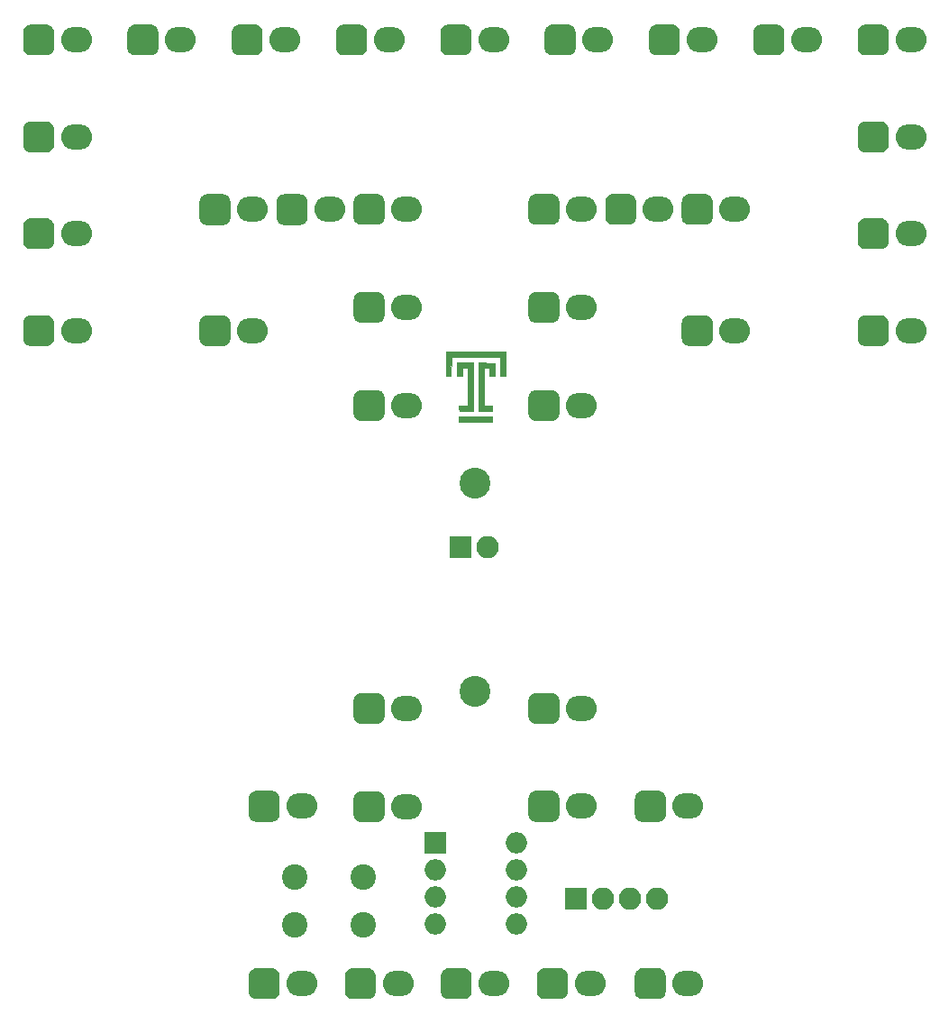
<source format=gbr>
G04 #@! TF.GenerationSoftware,KiCad,Pcbnew,(5.0.0)*
G04 #@! TF.CreationDate,2019-01-20T21:42:16-05:00*
G04 #@! TF.ProjectId,MiniTempleT,4D696E6954656D706C65542E6B696361,rev?*
G04 #@! TF.SameCoordinates,Original*
G04 #@! TF.FileFunction,Soldermask,Bot*
G04 #@! TF.FilePolarity,Negative*
%FSLAX46Y46*%
G04 Gerber Fmt 4.6, Leading zero omitted, Abs format (unit mm)*
G04 Created by KiCad (PCBNEW (5.0.0)) date 01/20/19 21:42:16*
%MOMM*%
%LPD*%
G01*
G04 APERTURE LIST*
%ADD10C,0.010000*%
%ADD11R,2.000000X2.000000*%
%ADD12O,2.000000X2.000000*%
%ADD13C,2.400000*%
%ADD14C,2.900000*%
%ADD15R,2.100000X2.100000*%
%ADD16O,2.100000X2.100000*%
%ADD17C,0.100000*%
%ADD18O,2.900000X2.400000*%
G04 APERTURE END LIST*
D10*
G04 #@! TO.C,G\002A\002A\002A*
G36*
X171247846Y-93300154D02*
X169696291Y-93306700D01*
X169692096Y-93528958D01*
X169687900Y-93751217D01*
X171243650Y-93751208D01*
X172799400Y-93751200D01*
X172799400Y-93293609D01*
X171247846Y-93300154D01*
X171247846Y-93300154D01*
G37*
X171247846Y-93300154D02*
X169696291Y-93306700D01*
X169692096Y-93528958D01*
X169687900Y-93751217D01*
X171243650Y-93751208D01*
X172799400Y-93751200D01*
X172799400Y-93293609D01*
X171247846Y-93300154D01*
G36*
X171529400Y-92760600D02*
X172799400Y-92760600D01*
X172799400Y-92303400D01*
X172405700Y-92303400D01*
X172247218Y-92302352D01*
X172134035Y-92298918D01*
X172060685Y-92292655D01*
X172021704Y-92283125D01*
X172011492Y-92271650D01*
X172011443Y-92243664D01*
X172011407Y-92169885D01*
X172011381Y-92055322D01*
X172011367Y-91904981D01*
X172011362Y-91723869D01*
X172011366Y-91516995D01*
X172011379Y-91289366D01*
X172011400Y-91045989D01*
X172011428Y-90791871D01*
X172011463Y-90532020D01*
X172011504Y-90271444D01*
X172011549Y-90015150D01*
X172011599Y-89768145D01*
X172011653Y-89535437D01*
X172011710Y-89322033D01*
X172011769Y-89132941D01*
X172011830Y-88973167D01*
X172011891Y-88847721D01*
X172011954Y-88761609D01*
X172011976Y-88741050D01*
X172035632Y-88733220D01*
X172099576Y-88726952D01*
X172193299Y-88722996D01*
X172278039Y-88722000D01*
X172544077Y-88722000D01*
X172551089Y-89109350D01*
X172558100Y-89496700D01*
X172786700Y-89494955D01*
X173015300Y-89493211D01*
X173015300Y-88252100D01*
X171529400Y-88238632D01*
X171529400Y-92760600D01*
X171529400Y-92760600D01*
G37*
X171529400Y-92760600D02*
X172799400Y-92760600D01*
X172799400Y-92303400D01*
X172405700Y-92303400D01*
X172247218Y-92302352D01*
X172134035Y-92298918D01*
X172060685Y-92292655D01*
X172021704Y-92283125D01*
X172011492Y-92271650D01*
X172011443Y-92243664D01*
X172011407Y-92169885D01*
X172011381Y-92055322D01*
X172011367Y-91904981D01*
X172011362Y-91723869D01*
X172011366Y-91516995D01*
X172011379Y-91289366D01*
X172011400Y-91045989D01*
X172011428Y-90791871D01*
X172011463Y-90532020D01*
X172011504Y-90271444D01*
X172011549Y-90015150D01*
X172011599Y-89768145D01*
X172011653Y-89535437D01*
X172011710Y-89322033D01*
X172011769Y-89132941D01*
X172011830Y-88973167D01*
X172011891Y-88847721D01*
X172011954Y-88761609D01*
X172011976Y-88741050D01*
X172035632Y-88733220D01*
X172099576Y-88726952D01*
X172193299Y-88722996D01*
X172278039Y-88722000D01*
X172544077Y-88722000D01*
X172551089Y-89109350D01*
X172558100Y-89496700D01*
X172786700Y-89494955D01*
X173015300Y-89493211D01*
X173015300Y-88252100D01*
X171529400Y-88238632D01*
X171529400Y-92760600D01*
G36*
X169472000Y-89484000D02*
X169954600Y-89484000D01*
X169954600Y-88722000D01*
X170488000Y-88722000D01*
X170488000Y-92303400D01*
X170087950Y-92303341D01*
X169687900Y-92303283D01*
X169696053Y-92531941D01*
X169704206Y-92760600D01*
X170970600Y-92760600D01*
X170970600Y-88239400D01*
X169472000Y-88239400D01*
X169472000Y-89484000D01*
X169472000Y-89484000D01*
G37*
X169472000Y-89484000D02*
X169954600Y-89484000D01*
X169954600Y-88722000D01*
X170488000Y-88722000D01*
X170488000Y-92303400D01*
X170087950Y-92303341D01*
X169687900Y-92303283D01*
X169696053Y-92531941D01*
X169704206Y-92760600D01*
X170970600Y-92760600D01*
X170970600Y-88239400D01*
X169472000Y-88239400D01*
X169472000Y-89484000D01*
G36*
X168481400Y-89485977D02*
X168703650Y-89478638D01*
X168925900Y-89471300D01*
X168939250Y-87680600D01*
X173561400Y-87680600D01*
X173561400Y-89509400D01*
X174044000Y-89509400D01*
X174044000Y-87223400D01*
X168481400Y-87223400D01*
X168481400Y-89485977D01*
X168481400Y-89485977D01*
G37*
X168481400Y-89485977D02*
X168703650Y-89478638D01*
X168925900Y-89471300D01*
X168939250Y-87680600D01*
X173561400Y-87680600D01*
X173561400Y-89509400D01*
X174044000Y-89509400D01*
X174044000Y-87223400D01*
X168481400Y-87223400D01*
X168481400Y-89485977D01*
G04 #@! TD*
D11*
G04 #@! TO.C,Tiny85*
X167450000Y-133368000D03*
D12*
X175070000Y-140988000D03*
X167450000Y-135908000D03*
X175070000Y-138448000D03*
X167450000Y-138448000D03*
X175070000Y-135908000D03*
X167450000Y-140988000D03*
X175070000Y-133368000D03*
G04 #@! TD*
D13*
G04 #@! TO.C,BTN1*
X154215000Y-141040000D03*
X154215000Y-136540000D03*
X160715000Y-141040000D03*
X160715000Y-136540000D03*
G04 #@! TD*
D14*
G04 #@! TO.C,Battery1*
X171196000Y-99569000D03*
X171196000Y-119069000D03*
G04 #@! TD*
D15*
G04 #@! TO.C,Power1*
X169799000Y-105537000D03*
D16*
X172339000Y-105537000D03*
G04 #@! TD*
D17*
G04 #@! TO.C,D1*
G36*
X130979062Y-83770491D02*
X131049440Y-83780931D01*
X131118456Y-83798218D01*
X131185445Y-83822187D01*
X131249763Y-83852607D01*
X131310788Y-83889185D01*
X131367935Y-83931567D01*
X131420652Y-83979348D01*
X131468433Y-84032065D01*
X131510815Y-84089212D01*
X131547393Y-84150237D01*
X131577813Y-84214555D01*
X131601782Y-84281544D01*
X131619069Y-84350560D01*
X131629509Y-84420938D01*
X131633000Y-84492000D01*
X131633000Y-85942000D01*
X131629509Y-86013062D01*
X131619069Y-86083440D01*
X131601782Y-86152456D01*
X131577813Y-86219445D01*
X131547393Y-86283763D01*
X131510815Y-86344788D01*
X131468433Y-86401935D01*
X131420652Y-86454652D01*
X131367935Y-86502433D01*
X131310788Y-86544815D01*
X131249763Y-86581393D01*
X131185445Y-86611813D01*
X131118456Y-86635782D01*
X131049440Y-86653069D01*
X130979062Y-86663509D01*
X130908000Y-86667000D01*
X129458000Y-86667000D01*
X129386938Y-86663509D01*
X129316560Y-86653069D01*
X129247544Y-86635782D01*
X129180555Y-86611813D01*
X129116237Y-86581393D01*
X129055212Y-86544815D01*
X128998065Y-86502433D01*
X128945348Y-86454652D01*
X128897567Y-86401935D01*
X128855185Y-86344788D01*
X128818607Y-86283763D01*
X128788187Y-86219445D01*
X128764218Y-86152456D01*
X128746931Y-86083440D01*
X128736491Y-86013062D01*
X128733000Y-85942000D01*
X128733000Y-84492000D01*
X128736491Y-84420938D01*
X128746931Y-84350560D01*
X128764218Y-84281544D01*
X128788187Y-84214555D01*
X128818607Y-84150237D01*
X128855185Y-84089212D01*
X128897567Y-84032065D01*
X128945348Y-83979348D01*
X128998065Y-83931567D01*
X129055212Y-83889185D01*
X129116237Y-83852607D01*
X129180555Y-83822187D01*
X129247544Y-83798218D01*
X129316560Y-83780931D01*
X129386938Y-83770491D01*
X129458000Y-83767000D01*
X130908000Y-83767000D01*
X130979062Y-83770491D01*
X130979062Y-83770491D01*
G37*
D14*
X130183000Y-85217000D03*
D18*
X133723000Y-85217000D03*
G04 #@! TD*
G04 #@! TO.C,D2*
X133723000Y-76117000D03*
D17*
G36*
X130979062Y-74670491D02*
X131049440Y-74680931D01*
X131118456Y-74698218D01*
X131185445Y-74722187D01*
X131249763Y-74752607D01*
X131310788Y-74789185D01*
X131367935Y-74831567D01*
X131420652Y-74879348D01*
X131468433Y-74932065D01*
X131510815Y-74989212D01*
X131547393Y-75050237D01*
X131577813Y-75114555D01*
X131601782Y-75181544D01*
X131619069Y-75250560D01*
X131629509Y-75320938D01*
X131633000Y-75392000D01*
X131633000Y-76842000D01*
X131629509Y-76913062D01*
X131619069Y-76983440D01*
X131601782Y-77052456D01*
X131577813Y-77119445D01*
X131547393Y-77183763D01*
X131510815Y-77244788D01*
X131468433Y-77301935D01*
X131420652Y-77354652D01*
X131367935Y-77402433D01*
X131310788Y-77444815D01*
X131249763Y-77481393D01*
X131185445Y-77511813D01*
X131118456Y-77535782D01*
X131049440Y-77553069D01*
X130979062Y-77563509D01*
X130908000Y-77567000D01*
X129458000Y-77567000D01*
X129386938Y-77563509D01*
X129316560Y-77553069D01*
X129247544Y-77535782D01*
X129180555Y-77511813D01*
X129116237Y-77481393D01*
X129055212Y-77444815D01*
X128998065Y-77402433D01*
X128945348Y-77354652D01*
X128897567Y-77301935D01*
X128855185Y-77244788D01*
X128818607Y-77183763D01*
X128788187Y-77119445D01*
X128764218Y-77052456D01*
X128746931Y-76983440D01*
X128736491Y-76913062D01*
X128733000Y-76842000D01*
X128733000Y-75392000D01*
X128736491Y-75320938D01*
X128746931Y-75250560D01*
X128764218Y-75181544D01*
X128788187Y-75114555D01*
X128818607Y-75050237D01*
X128855185Y-74989212D01*
X128897567Y-74932065D01*
X128945348Y-74879348D01*
X128998065Y-74831567D01*
X129055212Y-74789185D01*
X129116237Y-74752607D01*
X129180555Y-74722187D01*
X129247544Y-74698218D01*
X129316560Y-74680931D01*
X129386938Y-74670491D01*
X129458000Y-74667000D01*
X130908000Y-74667000D01*
X130979062Y-74670491D01*
X130979062Y-74670491D01*
G37*
D14*
X130183000Y-76117000D03*
G04 #@! TD*
D18*
G04 #@! TO.C,D3*
X133723000Y-67017000D03*
D17*
G36*
X130979062Y-65570491D02*
X131049440Y-65580931D01*
X131118456Y-65598218D01*
X131185445Y-65622187D01*
X131249763Y-65652607D01*
X131310788Y-65689185D01*
X131367935Y-65731567D01*
X131420652Y-65779348D01*
X131468433Y-65832065D01*
X131510815Y-65889212D01*
X131547393Y-65950237D01*
X131577813Y-66014555D01*
X131601782Y-66081544D01*
X131619069Y-66150560D01*
X131629509Y-66220938D01*
X131633000Y-66292000D01*
X131633000Y-67742000D01*
X131629509Y-67813062D01*
X131619069Y-67883440D01*
X131601782Y-67952456D01*
X131577813Y-68019445D01*
X131547393Y-68083763D01*
X131510815Y-68144788D01*
X131468433Y-68201935D01*
X131420652Y-68254652D01*
X131367935Y-68302433D01*
X131310788Y-68344815D01*
X131249763Y-68381393D01*
X131185445Y-68411813D01*
X131118456Y-68435782D01*
X131049440Y-68453069D01*
X130979062Y-68463509D01*
X130908000Y-68467000D01*
X129458000Y-68467000D01*
X129386938Y-68463509D01*
X129316560Y-68453069D01*
X129247544Y-68435782D01*
X129180555Y-68411813D01*
X129116237Y-68381393D01*
X129055212Y-68344815D01*
X128998065Y-68302433D01*
X128945348Y-68254652D01*
X128897567Y-68201935D01*
X128855185Y-68144788D01*
X128818607Y-68083763D01*
X128788187Y-68019445D01*
X128764218Y-67952456D01*
X128746931Y-67883440D01*
X128736491Y-67813062D01*
X128733000Y-67742000D01*
X128733000Y-66292000D01*
X128736491Y-66220938D01*
X128746931Y-66150560D01*
X128764218Y-66081544D01*
X128788187Y-66014555D01*
X128818607Y-65950237D01*
X128855185Y-65889212D01*
X128897567Y-65832065D01*
X128945348Y-65779348D01*
X128998065Y-65731567D01*
X129055212Y-65689185D01*
X129116237Y-65652607D01*
X129180555Y-65622187D01*
X129247544Y-65598218D01*
X129316560Y-65580931D01*
X129386938Y-65570491D01*
X129458000Y-65567000D01*
X130908000Y-65567000D01*
X130979062Y-65570491D01*
X130979062Y-65570491D01*
G37*
D14*
X130183000Y-67017000D03*
G04 #@! TD*
D18*
G04 #@! TO.C,D4*
X133723000Y-57917000D03*
D17*
G36*
X130979062Y-56470491D02*
X131049440Y-56480931D01*
X131118456Y-56498218D01*
X131185445Y-56522187D01*
X131249763Y-56552607D01*
X131310788Y-56589185D01*
X131367935Y-56631567D01*
X131420652Y-56679348D01*
X131468433Y-56732065D01*
X131510815Y-56789212D01*
X131547393Y-56850237D01*
X131577813Y-56914555D01*
X131601782Y-56981544D01*
X131619069Y-57050560D01*
X131629509Y-57120938D01*
X131633000Y-57192000D01*
X131633000Y-58642000D01*
X131629509Y-58713062D01*
X131619069Y-58783440D01*
X131601782Y-58852456D01*
X131577813Y-58919445D01*
X131547393Y-58983763D01*
X131510815Y-59044788D01*
X131468433Y-59101935D01*
X131420652Y-59154652D01*
X131367935Y-59202433D01*
X131310788Y-59244815D01*
X131249763Y-59281393D01*
X131185445Y-59311813D01*
X131118456Y-59335782D01*
X131049440Y-59353069D01*
X130979062Y-59363509D01*
X130908000Y-59367000D01*
X129458000Y-59367000D01*
X129386938Y-59363509D01*
X129316560Y-59353069D01*
X129247544Y-59335782D01*
X129180555Y-59311813D01*
X129116237Y-59281393D01*
X129055212Y-59244815D01*
X128998065Y-59202433D01*
X128945348Y-59154652D01*
X128897567Y-59101935D01*
X128855185Y-59044788D01*
X128818607Y-58983763D01*
X128788187Y-58919445D01*
X128764218Y-58852456D01*
X128746931Y-58783440D01*
X128736491Y-58713062D01*
X128733000Y-58642000D01*
X128733000Y-57192000D01*
X128736491Y-57120938D01*
X128746931Y-57050560D01*
X128764218Y-56981544D01*
X128788187Y-56914555D01*
X128818607Y-56850237D01*
X128855185Y-56789212D01*
X128897567Y-56732065D01*
X128945348Y-56679348D01*
X128998065Y-56631567D01*
X129055212Y-56589185D01*
X129116237Y-56552607D01*
X129180555Y-56522187D01*
X129247544Y-56498218D01*
X129316560Y-56480931D01*
X129386938Y-56470491D01*
X129458000Y-56467000D01*
X130908000Y-56467000D01*
X130979062Y-56470491D01*
X130979062Y-56470491D01*
G37*
D14*
X130183000Y-57917000D03*
G04 #@! TD*
D17*
G04 #@! TO.C,D5*
G36*
X140779062Y-56470491D02*
X140849440Y-56480931D01*
X140918456Y-56498218D01*
X140985445Y-56522187D01*
X141049763Y-56552607D01*
X141110788Y-56589185D01*
X141167935Y-56631567D01*
X141220652Y-56679348D01*
X141268433Y-56732065D01*
X141310815Y-56789212D01*
X141347393Y-56850237D01*
X141377813Y-56914555D01*
X141401782Y-56981544D01*
X141419069Y-57050560D01*
X141429509Y-57120938D01*
X141433000Y-57192000D01*
X141433000Y-58642000D01*
X141429509Y-58713062D01*
X141419069Y-58783440D01*
X141401782Y-58852456D01*
X141377813Y-58919445D01*
X141347393Y-58983763D01*
X141310815Y-59044788D01*
X141268433Y-59101935D01*
X141220652Y-59154652D01*
X141167935Y-59202433D01*
X141110788Y-59244815D01*
X141049763Y-59281393D01*
X140985445Y-59311813D01*
X140918456Y-59335782D01*
X140849440Y-59353069D01*
X140779062Y-59363509D01*
X140708000Y-59367000D01*
X139258000Y-59367000D01*
X139186938Y-59363509D01*
X139116560Y-59353069D01*
X139047544Y-59335782D01*
X138980555Y-59311813D01*
X138916237Y-59281393D01*
X138855212Y-59244815D01*
X138798065Y-59202433D01*
X138745348Y-59154652D01*
X138697567Y-59101935D01*
X138655185Y-59044788D01*
X138618607Y-58983763D01*
X138588187Y-58919445D01*
X138564218Y-58852456D01*
X138546931Y-58783440D01*
X138536491Y-58713062D01*
X138533000Y-58642000D01*
X138533000Y-57192000D01*
X138536491Y-57120938D01*
X138546931Y-57050560D01*
X138564218Y-56981544D01*
X138588187Y-56914555D01*
X138618607Y-56850237D01*
X138655185Y-56789212D01*
X138697567Y-56732065D01*
X138745348Y-56679348D01*
X138798065Y-56631567D01*
X138855212Y-56589185D01*
X138916237Y-56552607D01*
X138980555Y-56522187D01*
X139047544Y-56498218D01*
X139116560Y-56480931D01*
X139186938Y-56470491D01*
X139258000Y-56467000D01*
X140708000Y-56467000D01*
X140779062Y-56470491D01*
X140779062Y-56470491D01*
G37*
D14*
X139983000Y-57917000D03*
D18*
X143523000Y-57917000D03*
G04 #@! TD*
G04 #@! TO.C,D6*
X153323000Y-57917000D03*
D17*
G36*
X150579062Y-56470491D02*
X150649440Y-56480931D01*
X150718456Y-56498218D01*
X150785445Y-56522187D01*
X150849763Y-56552607D01*
X150910788Y-56589185D01*
X150967935Y-56631567D01*
X151020652Y-56679348D01*
X151068433Y-56732065D01*
X151110815Y-56789212D01*
X151147393Y-56850237D01*
X151177813Y-56914555D01*
X151201782Y-56981544D01*
X151219069Y-57050560D01*
X151229509Y-57120938D01*
X151233000Y-57192000D01*
X151233000Y-58642000D01*
X151229509Y-58713062D01*
X151219069Y-58783440D01*
X151201782Y-58852456D01*
X151177813Y-58919445D01*
X151147393Y-58983763D01*
X151110815Y-59044788D01*
X151068433Y-59101935D01*
X151020652Y-59154652D01*
X150967935Y-59202433D01*
X150910788Y-59244815D01*
X150849763Y-59281393D01*
X150785445Y-59311813D01*
X150718456Y-59335782D01*
X150649440Y-59353069D01*
X150579062Y-59363509D01*
X150508000Y-59367000D01*
X149058000Y-59367000D01*
X148986938Y-59363509D01*
X148916560Y-59353069D01*
X148847544Y-59335782D01*
X148780555Y-59311813D01*
X148716237Y-59281393D01*
X148655212Y-59244815D01*
X148598065Y-59202433D01*
X148545348Y-59154652D01*
X148497567Y-59101935D01*
X148455185Y-59044788D01*
X148418607Y-58983763D01*
X148388187Y-58919445D01*
X148364218Y-58852456D01*
X148346931Y-58783440D01*
X148336491Y-58713062D01*
X148333000Y-58642000D01*
X148333000Y-57192000D01*
X148336491Y-57120938D01*
X148346931Y-57050560D01*
X148364218Y-56981544D01*
X148388187Y-56914555D01*
X148418607Y-56850237D01*
X148455185Y-56789212D01*
X148497567Y-56732065D01*
X148545348Y-56679348D01*
X148598065Y-56631567D01*
X148655212Y-56589185D01*
X148716237Y-56552607D01*
X148780555Y-56522187D01*
X148847544Y-56498218D01*
X148916560Y-56480931D01*
X148986938Y-56470491D01*
X149058000Y-56467000D01*
X150508000Y-56467000D01*
X150579062Y-56470491D01*
X150579062Y-56470491D01*
G37*
D14*
X149783000Y-57917000D03*
G04 #@! TD*
D17*
G04 #@! TO.C,D7*
G36*
X160379062Y-56470491D02*
X160449440Y-56480931D01*
X160518456Y-56498218D01*
X160585445Y-56522187D01*
X160649763Y-56552607D01*
X160710788Y-56589185D01*
X160767935Y-56631567D01*
X160820652Y-56679348D01*
X160868433Y-56732065D01*
X160910815Y-56789212D01*
X160947393Y-56850237D01*
X160977813Y-56914555D01*
X161001782Y-56981544D01*
X161019069Y-57050560D01*
X161029509Y-57120938D01*
X161033000Y-57192000D01*
X161033000Y-58642000D01*
X161029509Y-58713062D01*
X161019069Y-58783440D01*
X161001782Y-58852456D01*
X160977813Y-58919445D01*
X160947393Y-58983763D01*
X160910815Y-59044788D01*
X160868433Y-59101935D01*
X160820652Y-59154652D01*
X160767935Y-59202433D01*
X160710788Y-59244815D01*
X160649763Y-59281393D01*
X160585445Y-59311813D01*
X160518456Y-59335782D01*
X160449440Y-59353069D01*
X160379062Y-59363509D01*
X160308000Y-59367000D01*
X158858000Y-59367000D01*
X158786938Y-59363509D01*
X158716560Y-59353069D01*
X158647544Y-59335782D01*
X158580555Y-59311813D01*
X158516237Y-59281393D01*
X158455212Y-59244815D01*
X158398065Y-59202433D01*
X158345348Y-59154652D01*
X158297567Y-59101935D01*
X158255185Y-59044788D01*
X158218607Y-58983763D01*
X158188187Y-58919445D01*
X158164218Y-58852456D01*
X158146931Y-58783440D01*
X158136491Y-58713062D01*
X158133000Y-58642000D01*
X158133000Y-57192000D01*
X158136491Y-57120938D01*
X158146931Y-57050560D01*
X158164218Y-56981544D01*
X158188187Y-56914555D01*
X158218607Y-56850237D01*
X158255185Y-56789212D01*
X158297567Y-56732065D01*
X158345348Y-56679348D01*
X158398065Y-56631567D01*
X158455212Y-56589185D01*
X158516237Y-56552607D01*
X158580555Y-56522187D01*
X158647544Y-56498218D01*
X158716560Y-56480931D01*
X158786938Y-56470491D01*
X158858000Y-56467000D01*
X160308000Y-56467000D01*
X160379062Y-56470491D01*
X160379062Y-56470491D01*
G37*
D14*
X159583000Y-57917000D03*
D18*
X163123000Y-57917000D03*
G04 #@! TD*
D17*
G04 #@! TO.C,D8*
G36*
X170179062Y-56470491D02*
X170249440Y-56480931D01*
X170318456Y-56498218D01*
X170385445Y-56522187D01*
X170449763Y-56552607D01*
X170510788Y-56589185D01*
X170567935Y-56631567D01*
X170620652Y-56679348D01*
X170668433Y-56732065D01*
X170710815Y-56789212D01*
X170747393Y-56850237D01*
X170777813Y-56914555D01*
X170801782Y-56981544D01*
X170819069Y-57050560D01*
X170829509Y-57120938D01*
X170833000Y-57192000D01*
X170833000Y-58642000D01*
X170829509Y-58713062D01*
X170819069Y-58783440D01*
X170801782Y-58852456D01*
X170777813Y-58919445D01*
X170747393Y-58983763D01*
X170710815Y-59044788D01*
X170668433Y-59101935D01*
X170620652Y-59154652D01*
X170567935Y-59202433D01*
X170510788Y-59244815D01*
X170449763Y-59281393D01*
X170385445Y-59311813D01*
X170318456Y-59335782D01*
X170249440Y-59353069D01*
X170179062Y-59363509D01*
X170108000Y-59367000D01*
X168658000Y-59367000D01*
X168586938Y-59363509D01*
X168516560Y-59353069D01*
X168447544Y-59335782D01*
X168380555Y-59311813D01*
X168316237Y-59281393D01*
X168255212Y-59244815D01*
X168198065Y-59202433D01*
X168145348Y-59154652D01*
X168097567Y-59101935D01*
X168055185Y-59044788D01*
X168018607Y-58983763D01*
X167988187Y-58919445D01*
X167964218Y-58852456D01*
X167946931Y-58783440D01*
X167936491Y-58713062D01*
X167933000Y-58642000D01*
X167933000Y-57192000D01*
X167936491Y-57120938D01*
X167946931Y-57050560D01*
X167964218Y-56981544D01*
X167988187Y-56914555D01*
X168018607Y-56850237D01*
X168055185Y-56789212D01*
X168097567Y-56732065D01*
X168145348Y-56679348D01*
X168198065Y-56631567D01*
X168255212Y-56589185D01*
X168316237Y-56552607D01*
X168380555Y-56522187D01*
X168447544Y-56498218D01*
X168516560Y-56480931D01*
X168586938Y-56470491D01*
X168658000Y-56467000D01*
X170108000Y-56467000D01*
X170179062Y-56470491D01*
X170179062Y-56470491D01*
G37*
D14*
X169383000Y-57917000D03*
D18*
X172923000Y-57917000D03*
G04 #@! TD*
G04 #@! TO.C,D9*
X182723000Y-57917000D03*
D17*
G36*
X179979062Y-56470491D02*
X180049440Y-56480931D01*
X180118456Y-56498218D01*
X180185445Y-56522187D01*
X180249763Y-56552607D01*
X180310788Y-56589185D01*
X180367935Y-56631567D01*
X180420652Y-56679348D01*
X180468433Y-56732065D01*
X180510815Y-56789212D01*
X180547393Y-56850237D01*
X180577813Y-56914555D01*
X180601782Y-56981544D01*
X180619069Y-57050560D01*
X180629509Y-57120938D01*
X180633000Y-57192000D01*
X180633000Y-58642000D01*
X180629509Y-58713062D01*
X180619069Y-58783440D01*
X180601782Y-58852456D01*
X180577813Y-58919445D01*
X180547393Y-58983763D01*
X180510815Y-59044788D01*
X180468433Y-59101935D01*
X180420652Y-59154652D01*
X180367935Y-59202433D01*
X180310788Y-59244815D01*
X180249763Y-59281393D01*
X180185445Y-59311813D01*
X180118456Y-59335782D01*
X180049440Y-59353069D01*
X179979062Y-59363509D01*
X179908000Y-59367000D01*
X178458000Y-59367000D01*
X178386938Y-59363509D01*
X178316560Y-59353069D01*
X178247544Y-59335782D01*
X178180555Y-59311813D01*
X178116237Y-59281393D01*
X178055212Y-59244815D01*
X177998065Y-59202433D01*
X177945348Y-59154652D01*
X177897567Y-59101935D01*
X177855185Y-59044788D01*
X177818607Y-58983763D01*
X177788187Y-58919445D01*
X177764218Y-58852456D01*
X177746931Y-58783440D01*
X177736491Y-58713062D01*
X177733000Y-58642000D01*
X177733000Y-57192000D01*
X177736491Y-57120938D01*
X177746931Y-57050560D01*
X177764218Y-56981544D01*
X177788187Y-56914555D01*
X177818607Y-56850237D01*
X177855185Y-56789212D01*
X177897567Y-56732065D01*
X177945348Y-56679348D01*
X177998065Y-56631567D01*
X178055212Y-56589185D01*
X178116237Y-56552607D01*
X178180555Y-56522187D01*
X178247544Y-56498218D01*
X178316560Y-56480931D01*
X178386938Y-56470491D01*
X178458000Y-56467000D01*
X179908000Y-56467000D01*
X179979062Y-56470491D01*
X179979062Y-56470491D01*
G37*
D14*
X179183000Y-57917000D03*
G04 #@! TD*
D18*
G04 #@! TO.C,D10*
X192523000Y-57917000D03*
D17*
G36*
X189779062Y-56470491D02*
X189849440Y-56480931D01*
X189918456Y-56498218D01*
X189985445Y-56522187D01*
X190049763Y-56552607D01*
X190110788Y-56589185D01*
X190167935Y-56631567D01*
X190220652Y-56679348D01*
X190268433Y-56732065D01*
X190310815Y-56789212D01*
X190347393Y-56850237D01*
X190377813Y-56914555D01*
X190401782Y-56981544D01*
X190419069Y-57050560D01*
X190429509Y-57120938D01*
X190433000Y-57192000D01*
X190433000Y-58642000D01*
X190429509Y-58713062D01*
X190419069Y-58783440D01*
X190401782Y-58852456D01*
X190377813Y-58919445D01*
X190347393Y-58983763D01*
X190310815Y-59044788D01*
X190268433Y-59101935D01*
X190220652Y-59154652D01*
X190167935Y-59202433D01*
X190110788Y-59244815D01*
X190049763Y-59281393D01*
X189985445Y-59311813D01*
X189918456Y-59335782D01*
X189849440Y-59353069D01*
X189779062Y-59363509D01*
X189708000Y-59367000D01*
X188258000Y-59367000D01*
X188186938Y-59363509D01*
X188116560Y-59353069D01*
X188047544Y-59335782D01*
X187980555Y-59311813D01*
X187916237Y-59281393D01*
X187855212Y-59244815D01*
X187798065Y-59202433D01*
X187745348Y-59154652D01*
X187697567Y-59101935D01*
X187655185Y-59044788D01*
X187618607Y-58983763D01*
X187588187Y-58919445D01*
X187564218Y-58852456D01*
X187546931Y-58783440D01*
X187536491Y-58713062D01*
X187533000Y-58642000D01*
X187533000Y-57192000D01*
X187536491Y-57120938D01*
X187546931Y-57050560D01*
X187564218Y-56981544D01*
X187588187Y-56914555D01*
X187618607Y-56850237D01*
X187655185Y-56789212D01*
X187697567Y-56732065D01*
X187745348Y-56679348D01*
X187798065Y-56631567D01*
X187855212Y-56589185D01*
X187916237Y-56552607D01*
X187980555Y-56522187D01*
X188047544Y-56498218D01*
X188116560Y-56480931D01*
X188186938Y-56470491D01*
X188258000Y-56467000D01*
X189708000Y-56467000D01*
X189779062Y-56470491D01*
X189779062Y-56470491D01*
G37*
D14*
X188983000Y-57917000D03*
G04 #@! TD*
D17*
G04 #@! TO.C,D11*
G36*
X199579062Y-56470491D02*
X199649440Y-56480931D01*
X199718456Y-56498218D01*
X199785445Y-56522187D01*
X199849763Y-56552607D01*
X199910788Y-56589185D01*
X199967935Y-56631567D01*
X200020652Y-56679348D01*
X200068433Y-56732065D01*
X200110815Y-56789212D01*
X200147393Y-56850237D01*
X200177813Y-56914555D01*
X200201782Y-56981544D01*
X200219069Y-57050560D01*
X200229509Y-57120938D01*
X200233000Y-57192000D01*
X200233000Y-58642000D01*
X200229509Y-58713062D01*
X200219069Y-58783440D01*
X200201782Y-58852456D01*
X200177813Y-58919445D01*
X200147393Y-58983763D01*
X200110815Y-59044788D01*
X200068433Y-59101935D01*
X200020652Y-59154652D01*
X199967935Y-59202433D01*
X199910788Y-59244815D01*
X199849763Y-59281393D01*
X199785445Y-59311813D01*
X199718456Y-59335782D01*
X199649440Y-59353069D01*
X199579062Y-59363509D01*
X199508000Y-59367000D01*
X198058000Y-59367000D01*
X197986938Y-59363509D01*
X197916560Y-59353069D01*
X197847544Y-59335782D01*
X197780555Y-59311813D01*
X197716237Y-59281393D01*
X197655212Y-59244815D01*
X197598065Y-59202433D01*
X197545348Y-59154652D01*
X197497567Y-59101935D01*
X197455185Y-59044788D01*
X197418607Y-58983763D01*
X197388187Y-58919445D01*
X197364218Y-58852456D01*
X197346931Y-58783440D01*
X197336491Y-58713062D01*
X197333000Y-58642000D01*
X197333000Y-57192000D01*
X197336491Y-57120938D01*
X197346931Y-57050560D01*
X197364218Y-56981544D01*
X197388187Y-56914555D01*
X197418607Y-56850237D01*
X197455185Y-56789212D01*
X197497567Y-56732065D01*
X197545348Y-56679348D01*
X197598065Y-56631567D01*
X197655212Y-56589185D01*
X197716237Y-56552607D01*
X197780555Y-56522187D01*
X197847544Y-56498218D01*
X197916560Y-56480931D01*
X197986938Y-56470491D01*
X198058000Y-56467000D01*
X199508000Y-56467000D01*
X199579062Y-56470491D01*
X199579062Y-56470491D01*
G37*
D14*
X198783000Y-57917000D03*
D18*
X202323000Y-57917000D03*
G04 #@! TD*
G04 #@! TO.C,D12*
X212123000Y-57917000D03*
D17*
G36*
X209379062Y-56470491D02*
X209449440Y-56480931D01*
X209518456Y-56498218D01*
X209585445Y-56522187D01*
X209649763Y-56552607D01*
X209710788Y-56589185D01*
X209767935Y-56631567D01*
X209820652Y-56679348D01*
X209868433Y-56732065D01*
X209910815Y-56789212D01*
X209947393Y-56850237D01*
X209977813Y-56914555D01*
X210001782Y-56981544D01*
X210019069Y-57050560D01*
X210029509Y-57120938D01*
X210033000Y-57192000D01*
X210033000Y-58642000D01*
X210029509Y-58713062D01*
X210019069Y-58783440D01*
X210001782Y-58852456D01*
X209977813Y-58919445D01*
X209947393Y-58983763D01*
X209910815Y-59044788D01*
X209868433Y-59101935D01*
X209820652Y-59154652D01*
X209767935Y-59202433D01*
X209710788Y-59244815D01*
X209649763Y-59281393D01*
X209585445Y-59311813D01*
X209518456Y-59335782D01*
X209449440Y-59353069D01*
X209379062Y-59363509D01*
X209308000Y-59367000D01*
X207858000Y-59367000D01*
X207786938Y-59363509D01*
X207716560Y-59353069D01*
X207647544Y-59335782D01*
X207580555Y-59311813D01*
X207516237Y-59281393D01*
X207455212Y-59244815D01*
X207398065Y-59202433D01*
X207345348Y-59154652D01*
X207297567Y-59101935D01*
X207255185Y-59044788D01*
X207218607Y-58983763D01*
X207188187Y-58919445D01*
X207164218Y-58852456D01*
X207146931Y-58783440D01*
X207136491Y-58713062D01*
X207133000Y-58642000D01*
X207133000Y-57192000D01*
X207136491Y-57120938D01*
X207146931Y-57050560D01*
X207164218Y-56981544D01*
X207188187Y-56914555D01*
X207218607Y-56850237D01*
X207255185Y-56789212D01*
X207297567Y-56732065D01*
X207345348Y-56679348D01*
X207398065Y-56631567D01*
X207455212Y-56589185D01*
X207516237Y-56552607D01*
X207580555Y-56522187D01*
X207647544Y-56498218D01*
X207716560Y-56480931D01*
X207786938Y-56470491D01*
X207858000Y-56467000D01*
X209308000Y-56467000D01*
X209379062Y-56470491D01*
X209379062Y-56470491D01*
G37*
D14*
X208583000Y-57917000D03*
G04 #@! TD*
D17*
G04 #@! TO.C,D13*
G36*
X209379062Y-65570491D02*
X209449440Y-65580931D01*
X209518456Y-65598218D01*
X209585445Y-65622187D01*
X209649763Y-65652607D01*
X209710788Y-65689185D01*
X209767935Y-65731567D01*
X209820652Y-65779348D01*
X209868433Y-65832065D01*
X209910815Y-65889212D01*
X209947393Y-65950237D01*
X209977813Y-66014555D01*
X210001782Y-66081544D01*
X210019069Y-66150560D01*
X210029509Y-66220938D01*
X210033000Y-66292000D01*
X210033000Y-67742000D01*
X210029509Y-67813062D01*
X210019069Y-67883440D01*
X210001782Y-67952456D01*
X209977813Y-68019445D01*
X209947393Y-68083763D01*
X209910815Y-68144788D01*
X209868433Y-68201935D01*
X209820652Y-68254652D01*
X209767935Y-68302433D01*
X209710788Y-68344815D01*
X209649763Y-68381393D01*
X209585445Y-68411813D01*
X209518456Y-68435782D01*
X209449440Y-68453069D01*
X209379062Y-68463509D01*
X209308000Y-68467000D01*
X207858000Y-68467000D01*
X207786938Y-68463509D01*
X207716560Y-68453069D01*
X207647544Y-68435782D01*
X207580555Y-68411813D01*
X207516237Y-68381393D01*
X207455212Y-68344815D01*
X207398065Y-68302433D01*
X207345348Y-68254652D01*
X207297567Y-68201935D01*
X207255185Y-68144788D01*
X207218607Y-68083763D01*
X207188187Y-68019445D01*
X207164218Y-67952456D01*
X207146931Y-67883440D01*
X207136491Y-67813062D01*
X207133000Y-67742000D01*
X207133000Y-66292000D01*
X207136491Y-66220938D01*
X207146931Y-66150560D01*
X207164218Y-66081544D01*
X207188187Y-66014555D01*
X207218607Y-65950237D01*
X207255185Y-65889212D01*
X207297567Y-65832065D01*
X207345348Y-65779348D01*
X207398065Y-65731567D01*
X207455212Y-65689185D01*
X207516237Y-65652607D01*
X207580555Y-65622187D01*
X207647544Y-65598218D01*
X207716560Y-65580931D01*
X207786938Y-65570491D01*
X207858000Y-65567000D01*
X209308000Y-65567000D01*
X209379062Y-65570491D01*
X209379062Y-65570491D01*
G37*
D14*
X208583000Y-67017000D03*
D18*
X212123000Y-67017000D03*
G04 #@! TD*
G04 #@! TO.C,D14*
X212123000Y-76117000D03*
D17*
G36*
X209379062Y-74670491D02*
X209449440Y-74680931D01*
X209518456Y-74698218D01*
X209585445Y-74722187D01*
X209649763Y-74752607D01*
X209710788Y-74789185D01*
X209767935Y-74831567D01*
X209820652Y-74879348D01*
X209868433Y-74932065D01*
X209910815Y-74989212D01*
X209947393Y-75050237D01*
X209977813Y-75114555D01*
X210001782Y-75181544D01*
X210019069Y-75250560D01*
X210029509Y-75320938D01*
X210033000Y-75392000D01*
X210033000Y-76842000D01*
X210029509Y-76913062D01*
X210019069Y-76983440D01*
X210001782Y-77052456D01*
X209977813Y-77119445D01*
X209947393Y-77183763D01*
X209910815Y-77244788D01*
X209868433Y-77301935D01*
X209820652Y-77354652D01*
X209767935Y-77402433D01*
X209710788Y-77444815D01*
X209649763Y-77481393D01*
X209585445Y-77511813D01*
X209518456Y-77535782D01*
X209449440Y-77553069D01*
X209379062Y-77563509D01*
X209308000Y-77567000D01*
X207858000Y-77567000D01*
X207786938Y-77563509D01*
X207716560Y-77553069D01*
X207647544Y-77535782D01*
X207580555Y-77511813D01*
X207516237Y-77481393D01*
X207455212Y-77444815D01*
X207398065Y-77402433D01*
X207345348Y-77354652D01*
X207297567Y-77301935D01*
X207255185Y-77244788D01*
X207218607Y-77183763D01*
X207188187Y-77119445D01*
X207164218Y-77052456D01*
X207146931Y-76983440D01*
X207136491Y-76913062D01*
X207133000Y-76842000D01*
X207133000Y-75392000D01*
X207136491Y-75320938D01*
X207146931Y-75250560D01*
X207164218Y-75181544D01*
X207188187Y-75114555D01*
X207218607Y-75050237D01*
X207255185Y-74989212D01*
X207297567Y-74932065D01*
X207345348Y-74879348D01*
X207398065Y-74831567D01*
X207455212Y-74789185D01*
X207516237Y-74752607D01*
X207580555Y-74722187D01*
X207647544Y-74698218D01*
X207716560Y-74680931D01*
X207786938Y-74670491D01*
X207858000Y-74667000D01*
X209308000Y-74667000D01*
X209379062Y-74670491D01*
X209379062Y-74670491D01*
G37*
D14*
X208583000Y-76117000D03*
G04 #@! TD*
D17*
G04 #@! TO.C,D15*
G36*
X209379062Y-83770491D02*
X209449440Y-83780931D01*
X209518456Y-83798218D01*
X209585445Y-83822187D01*
X209649763Y-83852607D01*
X209710788Y-83889185D01*
X209767935Y-83931567D01*
X209820652Y-83979348D01*
X209868433Y-84032065D01*
X209910815Y-84089212D01*
X209947393Y-84150237D01*
X209977813Y-84214555D01*
X210001782Y-84281544D01*
X210019069Y-84350560D01*
X210029509Y-84420938D01*
X210033000Y-84492000D01*
X210033000Y-85942000D01*
X210029509Y-86013062D01*
X210019069Y-86083440D01*
X210001782Y-86152456D01*
X209977813Y-86219445D01*
X209947393Y-86283763D01*
X209910815Y-86344788D01*
X209868433Y-86401935D01*
X209820652Y-86454652D01*
X209767935Y-86502433D01*
X209710788Y-86544815D01*
X209649763Y-86581393D01*
X209585445Y-86611813D01*
X209518456Y-86635782D01*
X209449440Y-86653069D01*
X209379062Y-86663509D01*
X209308000Y-86667000D01*
X207858000Y-86667000D01*
X207786938Y-86663509D01*
X207716560Y-86653069D01*
X207647544Y-86635782D01*
X207580555Y-86611813D01*
X207516237Y-86581393D01*
X207455212Y-86544815D01*
X207398065Y-86502433D01*
X207345348Y-86454652D01*
X207297567Y-86401935D01*
X207255185Y-86344788D01*
X207218607Y-86283763D01*
X207188187Y-86219445D01*
X207164218Y-86152456D01*
X207146931Y-86083440D01*
X207136491Y-86013062D01*
X207133000Y-85942000D01*
X207133000Y-84492000D01*
X207136491Y-84420938D01*
X207146931Y-84350560D01*
X207164218Y-84281544D01*
X207188187Y-84214555D01*
X207218607Y-84150237D01*
X207255185Y-84089212D01*
X207297567Y-84032065D01*
X207345348Y-83979348D01*
X207398065Y-83931567D01*
X207455212Y-83889185D01*
X207516237Y-83852607D01*
X207580555Y-83822187D01*
X207647544Y-83798218D01*
X207716560Y-83780931D01*
X207786938Y-83770491D01*
X207858000Y-83767000D01*
X209308000Y-83767000D01*
X209379062Y-83770491D01*
X209379062Y-83770491D01*
G37*
D14*
X208583000Y-85217000D03*
D18*
X212123000Y-85217000D03*
G04 #@! TD*
G04 #@! TO.C,D16*
X195597000Y-85217000D03*
D17*
G36*
X192853062Y-83770491D02*
X192923440Y-83780931D01*
X192992456Y-83798218D01*
X193059445Y-83822187D01*
X193123763Y-83852607D01*
X193184788Y-83889185D01*
X193241935Y-83931567D01*
X193294652Y-83979348D01*
X193342433Y-84032065D01*
X193384815Y-84089212D01*
X193421393Y-84150237D01*
X193451813Y-84214555D01*
X193475782Y-84281544D01*
X193493069Y-84350560D01*
X193503509Y-84420938D01*
X193507000Y-84492000D01*
X193507000Y-85942000D01*
X193503509Y-86013062D01*
X193493069Y-86083440D01*
X193475782Y-86152456D01*
X193451813Y-86219445D01*
X193421393Y-86283763D01*
X193384815Y-86344788D01*
X193342433Y-86401935D01*
X193294652Y-86454652D01*
X193241935Y-86502433D01*
X193184788Y-86544815D01*
X193123763Y-86581393D01*
X193059445Y-86611813D01*
X192992456Y-86635782D01*
X192923440Y-86653069D01*
X192853062Y-86663509D01*
X192782000Y-86667000D01*
X191332000Y-86667000D01*
X191260938Y-86663509D01*
X191190560Y-86653069D01*
X191121544Y-86635782D01*
X191054555Y-86611813D01*
X190990237Y-86581393D01*
X190929212Y-86544815D01*
X190872065Y-86502433D01*
X190819348Y-86454652D01*
X190771567Y-86401935D01*
X190729185Y-86344788D01*
X190692607Y-86283763D01*
X190662187Y-86219445D01*
X190638218Y-86152456D01*
X190620931Y-86083440D01*
X190610491Y-86013062D01*
X190607000Y-85942000D01*
X190607000Y-84492000D01*
X190610491Y-84420938D01*
X190620931Y-84350560D01*
X190638218Y-84281544D01*
X190662187Y-84214555D01*
X190692607Y-84150237D01*
X190729185Y-84089212D01*
X190771567Y-84032065D01*
X190819348Y-83979348D01*
X190872065Y-83931567D01*
X190929212Y-83889185D01*
X190990237Y-83852607D01*
X191054555Y-83822187D01*
X191121544Y-83798218D01*
X191190560Y-83780931D01*
X191260938Y-83770491D01*
X191332000Y-83767000D01*
X192782000Y-83767000D01*
X192853062Y-83770491D01*
X192853062Y-83770491D01*
G37*
D14*
X192057000Y-85217000D03*
G04 #@! TD*
D18*
G04 #@! TO.C,D17*
X195597000Y-73837800D03*
D17*
G36*
X192853062Y-72391291D02*
X192923440Y-72401731D01*
X192992456Y-72419018D01*
X193059445Y-72442987D01*
X193123763Y-72473407D01*
X193184788Y-72509985D01*
X193241935Y-72552367D01*
X193294652Y-72600148D01*
X193342433Y-72652865D01*
X193384815Y-72710012D01*
X193421393Y-72771037D01*
X193451813Y-72835355D01*
X193475782Y-72902344D01*
X193493069Y-72971360D01*
X193503509Y-73041738D01*
X193507000Y-73112800D01*
X193507000Y-74562800D01*
X193503509Y-74633862D01*
X193493069Y-74704240D01*
X193475782Y-74773256D01*
X193451813Y-74840245D01*
X193421393Y-74904563D01*
X193384815Y-74965588D01*
X193342433Y-75022735D01*
X193294652Y-75075452D01*
X193241935Y-75123233D01*
X193184788Y-75165615D01*
X193123763Y-75202193D01*
X193059445Y-75232613D01*
X192992456Y-75256582D01*
X192923440Y-75273869D01*
X192853062Y-75284309D01*
X192782000Y-75287800D01*
X191332000Y-75287800D01*
X191260938Y-75284309D01*
X191190560Y-75273869D01*
X191121544Y-75256582D01*
X191054555Y-75232613D01*
X190990237Y-75202193D01*
X190929212Y-75165615D01*
X190872065Y-75123233D01*
X190819348Y-75075452D01*
X190771567Y-75022735D01*
X190729185Y-74965588D01*
X190692607Y-74904563D01*
X190662187Y-74840245D01*
X190638218Y-74773256D01*
X190620931Y-74704240D01*
X190610491Y-74633862D01*
X190607000Y-74562800D01*
X190607000Y-73112800D01*
X190610491Y-73041738D01*
X190620931Y-72971360D01*
X190638218Y-72902344D01*
X190662187Y-72835355D01*
X190692607Y-72771037D01*
X190729185Y-72710012D01*
X190771567Y-72652865D01*
X190819348Y-72600148D01*
X190872065Y-72552367D01*
X190929212Y-72509985D01*
X190990237Y-72473407D01*
X191054555Y-72442987D01*
X191121544Y-72419018D01*
X191190560Y-72401731D01*
X191260938Y-72391291D01*
X191332000Y-72387800D01*
X192782000Y-72387800D01*
X192853062Y-72391291D01*
X192853062Y-72391291D01*
G37*
D14*
X192057000Y-73837800D03*
G04 #@! TD*
D17*
G04 #@! TO.C,D18*
G36*
X185665062Y-72391291D02*
X185735440Y-72401731D01*
X185804456Y-72419018D01*
X185871445Y-72442987D01*
X185935763Y-72473407D01*
X185996788Y-72509985D01*
X186053935Y-72552367D01*
X186106652Y-72600148D01*
X186154433Y-72652865D01*
X186196815Y-72710012D01*
X186233393Y-72771037D01*
X186263813Y-72835355D01*
X186287782Y-72902344D01*
X186305069Y-72971360D01*
X186315509Y-73041738D01*
X186319000Y-73112800D01*
X186319000Y-74562800D01*
X186315509Y-74633862D01*
X186305069Y-74704240D01*
X186287782Y-74773256D01*
X186263813Y-74840245D01*
X186233393Y-74904563D01*
X186196815Y-74965588D01*
X186154433Y-75022735D01*
X186106652Y-75075452D01*
X186053935Y-75123233D01*
X185996788Y-75165615D01*
X185935763Y-75202193D01*
X185871445Y-75232613D01*
X185804456Y-75256582D01*
X185735440Y-75273869D01*
X185665062Y-75284309D01*
X185594000Y-75287800D01*
X184144000Y-75287800D01*
X184072938Y-75284309D01*
X184002560Y-75273869D01*
X183933544Y-75256582D01*
X183866555Y-75232613D01*
X183802237Y-75202193D01*
X183741212Y-75165615D01*
X183684065Y-75123233D01*
X183631348Y-75075452D01*
X183583567Y-75022735D01*
X183541185Y-74965588D01*
X183504607Y-74904563D01*
X183474187Y-74840245D01*
X183450218Y-74773256D01*
X183432931Y-74704240D01*
X183422491Y-74633862D01*
X183419000Y-74562800D01*
X183419000Y-73112800D01*
X183422491Y-73041738D01*
X183432931Y-72971360D01*
X183450218Y-72902344D01*
X183474187Y-72835355D01*
X183504607Y-72771037D01*
X183541185Y-72710012D01*
X183583567Y-72652865D01*
X183631348Y-72600148D01*
X183684065Y-72552367D01*
X183741212Y-72509985D01*
X183802237Y-72473407D01*
X183866555Y-72442987D01*
X183933544Y-72419018D01*
X184002560Y-72401731D01*
X184072938Y-72391291D01*
X184144000Y-72387800D01*
X185594000Y-72387800D01*
X185665062Y-72391291D01*
X185665062Y-72391291D01*
G37*
D14*
X184869000Y-73837800D03*
D18*
X188409000Y-73837800D03*
G04 #@! TD*
G04 #@! TO.C,D19*
X181196000Y-73837800D03*
D17*
G36*
X178452062Y-72391291D02*
X178522440Y-72401731D01*
X178591456Y-72419018D01*
X178658445Y-72442987D01*
X178722763Y-72473407D01*
X178783788Y-72509985D01*
X178840935Y-72552367D01*
X178893652Y-72600148D01*
X178941433Y-72652865D01*
X178983815Y-72710012D01*
X179020393Y-72771037D01*
X179050813Y-72835355D01*
X179074782Y-72902344D01*
X179092069Y-72971360D01*
X179102509Y-73041738D01*
X179106000Y-73112800D01*
X179106000Y-74562800D01*
X179102509Y-74633862D01*
X179092069Y-74704240D01*
X179074782Y-74773256D01*
X179050813Y-74840245D01*
X179020393Y-74904563D01*
X178983815Y-74965588D01*
X178941433Y-75022735D01*
X178893652Y-75075452D01*
X178840935Y-75123233D01*
X178783788Y-75165615D01*
X178722763Y-75202193D01*
X178658445Y-75232613D01*
X178591456Y-75256582D01*
X178522440Y-75273869D01*
X178452062Y-75284309D01*
X178381000Y-75287800D01*
X176931000Y-75287800D01*
X176859938Y-75284309D01*
X176789560Y-75273869D01*
X176720544Y-75256582D01*
X176653555Y-75232613D01*
X176589237Y-75202193D01*
X176528212Y-75165615D01*
X176471065Y-75123233D01*
X176418348Y-75075452D01*
X176370567Y-75022735D01*
X176328185Y-74965588D01*
X176291607Y-74904563D01*
X176261187Y-74840245D01*
X176237218Y-74773256D01*
X176219931Y-74704240D01*
X176209491Y-74633862D01*
X176206000Y-74562800D01*
X176206000Y-73112800D01*
X176209491Y-73041738D01*
X176219931Y-72971360D01*
X176237218Y-72902344D01*
X176261187Y-72835355D01*
X176291607Y-72771037D01*
X176328185Y-72710012D01*
X176370567Y-72652865D01*
X176418348Y-72600148D01*
X176471065Y-72552367D01*
X176528212Y-72509985D01*
X176589237Y-72473407D01*
X176653555Y-72442987D01*
X176720544Y-72419018D01*
X176789560Y-72401731D01*
X176859938Y-72391291D01*
X176931000Y-72387800D01*
X178381000Y-72387800D01*
X178452062Y-72391291D01*
X178452062Y-72391291D01*
G37*
D14*
X177656000Y-73837800D03*
G04 #@! TD*
D17*
G04 #@! TO.C,D20*
G36*
X178452062Y-81591291D02*
X178522440Y-81601731D01*
X178591456Y-81619018D01*
X178658445Y-81642987D01*
X178722763Y-81673407D01*
X178783788Y-81709985D01*
X178840935Y-81752367D01*
X178893652Y-81800148D01*
X178941433Y-81852865D01*
X178983815Y-81910012D01*
X179020393Y-81971037D01*
X179050813Y-82035355D01*
X179074782Y-82102344D01*
X179092069Y-82171360D01*
X179102509Y-82241738D01*
X179106000Y-82312800D01*
X179106000Y-83762800D01*
X179102509Y-83833862D01*
X179092069Y-83904240D01*
X179074782Y-83973256D01*
X179050813Y-84040245D01*
X179020393Y-84104563D01*
X178983815Y-84165588D01*
X178941433Y-84222735D01*
X178893652Y-84275452D01*
X178840935Y-84323233D01*
X178783788Y-84365615D01*
X178722763Y-84402193D01*
X178658445Y-84432613D01*
X178591456Y-84456582D01*
X178522440Y-84473869D01*
X178452062Y-84484309D01*
X178381000Y-84487800D01*
X176931000Y-84487800D01*
X176859938Y-84484309D01*
X176789560Y-84473869D01*
X176720544Y-84456582D01*
X176653555Y-84432613D01*
X176589237Y-84402193D01*
X176528212Y-84365615D01*
X176471065Y-84323233D01*
X176418348Y-84275452D01*
X176370567Y-84222735D01*
X176328185Y-84165588D01*
X176291607Y-84104563D01*
X176261187Y-84040245D01*
X176237218Y-83973256D01*
X176219931Y-83904240D01*
X176209491Y-83833862D01*
X176206000Y-83762800D01*
X176206000Y-82312800D01*
X176209491Y-82241738D01*
X176219931Y-82171360D01*
X176237218Y-82102344D01*
X176261187Y-82035355D01*
X176291607Y-81971037D01*
X176328185Y-81910012D01*
X176370567Y-81852865D01*
X176418348Y-81800148D01*
X176471065Y-81752367D01*
X176528212Y-81709985D01*
X176589237Y-81673407D01*
X176653555Y-81642987D01*
X176720544Y-81619018D01*
X176789560Y-81601731D01*
X176859938Y-81591291D01*
X176931000Y-81587800D01*
X178381000Y-81587800D01*
X178452062Y-81591291D01*
X178452062Y-81591291D01*
G37*
D14*
X177656000Y-83037800D03*
D18*
X181196000Y-83037800D03*
G04 #@! TD*
G04 #@! TO.C,D21*
X181196000Y-92237800D03*
D17*
G36*
X178452062Y-90791291D02*
X178522440Y-90801731D01*
X178591456Y-90819018D01*
X178658445Y-90842987D01*
X178722763Y-90873407D01*
X178783788Y-90909985D01*
X178840935Y-90952367D01*
X178893652Y-91000148D01*
X178941433Y-91052865D01*
X178983815Y-91110012D01*
X179020393Y-91171037D01*
X179050813Y-91235355D01*
X179074782Y-91302344D01*
X179092069Y-91371360D01*
X179102509Y-91441738D01*
X179106000Y-91512800D01*
X179106000Y-92962800D01*
X179102509Y-93033862D01*
X179092069Y-93104240D01*
X179074782Y-93173256D01*
X179050813Y-93240245D01*
X179020393Y-93304563D01*
X178983815Y-93365588D01*
X178941433Y-93422735D01*
X178893652Y-93475452D01*
X178840935Y-93523233D01*
X178783788Y-93565615D01*
X178722763Y-93602193D01*
X178658445Y-93632613D01*
X178591456Y-93656582D01*
X178522440Y-93673869D01*
X178452062Y-93684309D01*
X178381000Y-93687800D01*
X176931000Y-93687800D01*
X176859938Y-93684309D01*
X176789560Y-93673869D01*
X176720544Y-93656582D01*
X176653555Y-93632613D01*
X176589237Y-93602193D01*
X176528212Y-93565615D01*
X176471065Y-93523233D01*
X176418348Y-93475452D01*
X176370567Y-93422735D01*
X176328185Y-93365588D01*
X176291607Y-93304563D01*
X176261187Y-93240245D01*
X176237218Y-93173256D01*
X176219931Y-93104240D01*
X176209491Y-93033862D01*
X176206000Y-92962800D01*
X176206000Y-91512800D01*
X176209491Y-91441738D01*
X176219931Y-91371360D01*
X176237218Y-91302344D01*
X176261187Y-91235355D01*
X176291607Y-91171037D01*
X176328185Y-91110012D01*
X176370567Y-91052865D01*
X176418348Y-91000148D01*
X176471065Y-90952367D01*
X176528212Y-90909985D01*
X176589237Y-90873407D01*
X176653555Y-90842987D01*
X176720544Y-90819018D01*
X176789560Y-90801731D01*
X176859938Y-90791291D01*
X176931000Y-90787800D01*
X178381000Y-90787800D01*
X178452062Y-90791291D01*
X178452062Y-90791291D01*
G37*
D14*
X177656000Y-92237800D03*
G04 #@! TD*
D17*
G04 #@! TO.C,D22*
G36*
X178452062Y-119252491D02*
X178522440Y-119262931D01*
X178591456Y-119280218D01*
X178658445Y-119304187D01*
X178722763Y-119334607D01*
X178783788Y-119371185D01*
X178840935Y-119413567D01*
X178893652Y-119461348D01*
X178941433Y-119514065D01*
X178983815Y-119571212D01*
X179020393Y-119632237D01*
X179050813Y-119696555D01*
X179074782Y-119763544D01*
X179092069Y-119832560D01*
X179102509Y-119902938D01*
X179106000Y-119974000D01*
X179106000Y-121424000D01*
X179102509Y-121495062D01*
X179092069Y-121565440D01*
X179074782Y-121634456D01*
X179050813Y-121701445D01*
X179020393Y-121765763D01*
X178983815Y-121826788D01*
X178941433Y-121883935D01*
X178893652Y-121936652D01*
X178840935Y-121984433D01*
X178783788Y-122026815D01*
X178722763Y-122063393D01*
X178658445Y-122093813D01*
X178591456Y-122117782D01*
X178522440Y-122135069D01*
X178452062Y-122145509D01*
X178381000Y-122149000D01*
X176931000Y-122149000D01*
X176859938Y-122145509D01*
X176789560Y-122135069D01*
X176720544Y-122117782D01*
X176653555Y-122093813D01*
X176589237Y-122063393D01*
X176528212Y-122026815D01*
X176471065Y-121984433D01*
X176418348Y-121936652D01*
X176370567Y-121883935D01*
X176328185Y-121826788D01*
X176291607Y-121765763D01*
X176261187Y-121701445D01*
X176237218Y-121634456D01*
X176219931Y-121565440D01*
X176209491Y-121495062D01*
X176206000Y-121424000D01*
X176206000Y-119974000D01*
X176209491Y-119902938D01*
X176219931Y-119832560D01*
X176237218Y-119763544D01*
X176261187Y-119696555D01*
X176291607Y-119632237D01*
X176328185Y-119571212D01*
X176370567Y-119514065D01*
X176418348Y-119461348D01*
X176471065Y-119413567D01*
X176528212Y-119371185D01*
X176589237Y-119334607D01*
X176653555Y-119304187D01*
X176720544Y-119280218D01*
X176789560Y-119262931D01*
X176859938Y-119252491D01*
X176931000Y-119249000D01*
X178381000Y-119249000D01*
X178452062Y-119252491D01*
X178452062Y-119252491D01*
G37*
D14*
X177656000Y-120699000D03*
D18*
X181196000Y-120699000D03*
G04 #@! TD*
G04 #@! TO.C,D23*
X181196000Y-129899000D03*
D17*
G36*
X178452062Y-128452491D02*
X178522440Y-128462931D01*
X178591456Y-128480218D01*
X178658445Y-128504187D01*
X178722763Y-128534607D01*
X178783788Y-128571185D01*
X178840935Y-128613567D01*
X178893652Y-128661348D01*
X178941433Y-128714065D01*
X178983815Y-128771212D01*
X179020393Y-128832237D01*
X179050813Y-128896555D01*
X179074782Y-128963544D01*
X179092069Y-129032560D01*
X179102509Y-129102938D01*
X179106000Y-129174000D01*
X179106000Y-130624000D01*
X179102509Y-130695062D01*
X179092069Y-130765440D01*
X179074782Y-130834456D01*
X179050813Y-130901445D01*
X179020393Y-130965763D01*
X178983815Y-131026788D01*
X178941433Y-131083935D01*
X178893652Y-131136652D01*
X178840935Y-131184433D01*
X178783788Y-131226815D01*
X178722763Y-131263393D01*
X178658445Y-131293813D01*
X178591456Y-131317782D01*
X178522440Y-131335069D01*
X178452062Y-131345509D01*
X178381000Y-131349000D01*
X176931000Y-131349000D01*
X176859938Y-131345509D01*
X176789560Y-131335069D01*
X176720544Y-131317782D01*
X176653555Y-131293813D01*
X176589237Y-131263393D01*
X176528212Y-131226815D01*
X176471065Y-131184433D01*
X176418348Y-131136652D01*
X176370567Y-131083935D01*
X176328185Y-131026788D01*
X176291607Y-130965763D01*
X176261187Y-130901445D01*
X176237218Y-130834456D01*
X176219931Y-130765440D01*
X176209491Y-130695062D01*
X176206000Y-130624000D01*
X176206000Y-129174000D01*
X176209491Y-129102938D01*
X176219931Y-129032560D01*
X176237218Y-128963544D01*
X176261187Y-128896555D01*
X176291607Y-128832237D01*
X176328185Y-128771212D01*
X176370567Y-128714065D01*
X176418348Y-128661348D01*
X176471065Y-128613567D01*
X176528212Y-128571185D01*
X176589237Y-128534607D01*
X176653555Y-128504187D01*
X176720544Y-128480218D01*
X176789560Y-128462931D01*
X176859938Y-128452491D01*
X176931000Y-128449000D01*
X178381000Y-128449000D01*
X178452062Y-128452491D01*
X178452062Y-128452491D01*
G37*
D14*
X177656000Y-129899000D03*
G04 #@! TD*
D17*
G04 #@! TO.C,D24*
G36*
X188452062Y-128452491D02*
X188522440Y-128462931D01*
X188591456Y-128480218D01*
X188658445Y-128504187D01*
X188722763Y-128534607D01*
X188783788Y-128571185D01*
X188840935Y-128613567D01*
X188893652Y-128661348D01*
X188941433Y-128714065D01*
X188983815Y-128771212D01*
X189020393Y-128832237D01*
X189050813Y-128896555D01*
X189074782Y-128963544D01*
X189092069Y-129032560D01*
X189102509Y-129102938D01*
X189106000Y-129174000D01*
X189106000Y-130624000D01*
X189102509Y-130695062D01*
X189092069Y-130765440D01*
X189074782Y-130834456D01*
X189050813Y-130901445D01*
X189020393Y-130965763D01*
X188983815Y-131026788D01*
X188941433Y-131083935D01*
X188893652Y-131136652D01*
X188840935Y-131184433D01*
X188783788Y-131226815D01*
X188722763Y-131263393D01*
X188658445Y-131293813D01*
X188591456Y-131317782D01*
X188522440Y-131335069D01*
X188452062Y-131345509D01*
X188381000Y-131349000D01*
X186931000Y-131349000D01*
X186859938Y-131345509D01*
X186789560Y-131335069D01*
X186720544Y-131317782D01*
X186653555Y-131293813D01*
X186589237Y-131263393D01*
X186528212Y-131226815D01*
X186471065Y-131184433D01*
X186418348Y-131136652D01*
X186370567Y-131083935D01*
X186328185Y-131026788D01*
X186291607Y-130965763D01*
X186261187Y-130901445D01*
X186237218Y-130834456D01*
X186219931Y-130765440D01*
X186209491Y-130695062D01*
X186206000Y-130624000D01*
X186206000Y-129174000D01*
X186209491Y-129102938D01*
X186219931Y-129032560D01*
X186237218Y-128963544D01*
X186261187Y-128896555D01*
X186291607Y-128832237D01*
X186328185Y-128771212D01*
X186370567Y-128714065D01*
X186418348Y-128661348D01*
X186471065Y-128613567D01*
X186528212Y-128571185D01*
X186589237Y-128534607D01*
X186653555Y-128504187D01*
X186720544Y-128480218D01*
X186789560Y-128462931D01*
X186859938Y-128452491D01*
X186931000Y-128449000D01*
X188381000Y-128449000D01*
X188452062Y-128452491D01*
X188452062Y-128452491D01*
G37*
D14*
X187656000Y-129899000D03*
D18*
X191196000Y-129899000D03*
G04 #@! TD*
G04 #@! TO.C,D25*
X191190000Y-146558000D03*
D17*
G36*
X188446062Y-145111491D02*
X188516440Y-145121931D01*
X188585456Y-145139218D01*
X188652445Y-145163187D01*
X188716763Y-145193607D01*
X188777788Y-145230185D01*
X188834935Y-145272567D01*
X188887652Y-145320348D01*
X188935433Y-145373065D01*
X188977815Y-145430212D01*
X189014393Y-145491237D01*
X189044813Y-145555555D01*
X189068782Y-145622544D01*
X189086069Y-145691560D01*
X189096509Y-145761938D01*
X189100000Y-145833000D01*
X189100000Y-147283000D01*
X189096509Y-147354062D01*
X189086069Y-147424440D01*
X189068782Y-147493456D01*
X189044813Y-147560445D01*
X189014393Y-147624763D01*
X188977815Y-147685788D01*
X188935433Y-147742935D01*
X188887652Y-147795652D01*
X188834935Y-147843433D01*
X188777788Y-147885815D01*
X188716763Y-147922393D01*
X188652445Y-147952813D01*
X188585456Y-147976782D01*
X188516440Y-147994069D01*
X188446062Y-148004509D01*
X188375000Y-148008000D01*
X186925000Y-148008000D01*
X186853938Y-148004509D01*
X186783560Y-147994069D01*
X186714544Y-147976782D01*
X186647555Y-147952813D01*
X186583237Y-147922393D01*
X186522212Y-147885815D01*
X186465065Y-147843433D01*
X186412348Y-147795652D01*
X186364567Y-147742935D01*
X186322185Y-147685788D01*
X186285607Y-147624763D01*
X186255187Y-147560445D01*
X186231218Y-147493456D01*
X186213931Y-147424440D01*
X186203491Y-147354062D01*
X186200000Y-147283000D01*
X186200000Y-145833000D01*
X186203491Y-145761938D01*
X186213931Y-145691560D01*
X186231218Y-145622544D01*
X186255187Y-145555555D01*
X186285607Y-145491237D01*
X186322185Y-145430212D01*
X186364567Y-145373065D01*
X186412348Y-145320348D01*
X186465065Y-145272567D01*
X186522212Y-145230185D01*
X186583237Y-145193607D01*
X186647555Y-145163187D01*
X186714544Y-145139218D01*
X186783560Y-145121931D01*
X186853938Y-145111491D01*
X186925000Y-145108000D01*
X188375000Y-145108000D01*
X188446062Y-145111491D01*
X188446062Y-145111491D01*
G37*
D14*
X187650000Y-146558000D03*
G04 #@! TD*
D17*
G04 #@! TO.C,D26*
G36*
X179246062Y-145111491D02*
X179316440Y-145121931D01*
X179385456Y-145139218D01*
X179452445Y-145163187D01*
X179516763Y-145193607D01*
X179577788Y-145230185D01*
X179634935Y-145272567D01*
X179687652Y-145320348D01*
X179735433Y-145373065D01*
X179777815Y-145430212D01*
X179814393Y-145491237D01*
X179844813Y-145555555D01*
X179868782Y-145622544D01*
X179886069Y-145691560D01*
X179896509Y-145761938D01*
X179900000Y-145833000D01*
X179900000Y-147283000D01*
X179896509Y-147354062D01*
X179886069Y-147424440D01*
X179868782Y-147493456D01*
X179844813Y-147560445D01*
X179814393Y-147624763D01*
X179777815Y-147685788D01*
X179735433Y-147742935D01*
X179687652Y-147795652D01*
X179634935Y-147843433D01*
X179577788Y-147885815D01*
X179516763Y-147922393D01*
X179452445Y-147952813D01*
X179385456Y-147976782D01*
X179316440Y-147994069D01*
X179246062Y-148004509D01*
X179175000Y-148008000D01*
X177725000Y-148008000D01*
X177653938Y-148004509D01*
X177583560Y-147994069D01*
X177514544Y-147976782D01*
X177447555Y-147952813D01*
X177383237Y-147922393D01*
X177322212Y-147885815D01*
X177265065Y-147843433D01*
X177212348Y-147795652D01*
X177164567Y-147742935D01*
X177122185Y-147685788D01*
X177085607Y-147624763D01*
X177055187Y-147560445D01*
X177031218Y-147493456D01*
X177013931Y-147424440D01*
X177003491Y-147354062D01*
X177000000Y-147283000D01*
X177000000Y-145833000D01*
X177003491Y-145761938D01*
X177013931Y-145691560D01*
X177031218Y-145622544D01*
X177055187Y-145555555D01*
X177085607Y-145491237D01*
X177122185Y-145430212D01*
X177164567Y-145373065D01*
X177212348Y-145320348D01*
X177265065Y-145272567D01*
X177322212Y-145230185D01*
X177383237Y-145193607D01*
X177447555Y-145163187D01*
X177514544Y-145139218D01*
X177583560Y-145121931D01*
X177653938Y-145111491D01*
X177725000Y-145108000D01*
X179175000Y-145108000D01*
X179246062Y-145111491D01*
X179246062Y-145111491D01*
G37*
D14*
X178450000Y-146558000D03*
D18*
X181990000Y-146558000D03*
G04 #@! TD*
G04 #@! TO.C,D27*
X172966000Y-146558000D03*
D17*
G36*
X170222062Y-145111491D02*
X170292440Y-145121931D01*
X170361456Y-145139218D01*
X170428445Y-145163187D01*
X170492763Y-145193607D01*
X170553788Y-145230185D01*
X170610935Y-145272567D01*
X170663652Y-145320348D01*
X170711433Y-145373065D01*
X170753815Y-145430212D01*
X170790393Y-145491237D01*
X170820813Y-145555555D01*
X170844782Y-145622544D01*
X170862069Y-145691560D01*
X170872509Y-145761938D01*
X170876000Y-145833000D01*
X170876000Y-147283000D01*
X170872509Y-147354062D01*
X170862069Y-147424440D01*
X170844782Y-147493456D01*
X170820813Y-147560445D01*
X170790393Y-147624763D01*
X170753815Y-147685788D01*
X170711433Y-147742935D01*
X170663652Y-147795652D01*
X170610935Y-147843433D01*
X170553788Y-147885815D01*
X170492763Y-147922393D01*
X170428445Y-147952813D01*
X170361456Y-147976782D01*
X170292440Y-147994069D01*
X170222062Y-148004509D01*
X170151000Y-148008000D01*
X168701000Y-148008000D01*
X168629938Y-148004509D01*
X168559560Y-147994069D01*
X168490544Y-147976782D01*
X168423555Y-147952813D01*
X168359237Y-147922393D01*
X168298212Y-147885815D01*
X168241065Y-147843433D01*
X168188348Y-147795652D01*
X168140567Y-147742935D01*
X168098185Y-147685788D01*
X168061607Y-147624763D01*
X168031187Y-147560445D01*
X168007218Y-147493456D01*
X167989931Y-147424440D01*
X167979491Y-147354062D01*
X167976000Y-147283000D01*
X167976000Y-145833000D01*
X167979491Y-145761938D01*
X167989931Y-145691560D01*
X168007218Y-145622544D01*
X168031187Y-145555555D01*
X168061607Y-145491237D01*
X168098185Y-145430212D01*
X168140567Y-145373065D01*
X168188348Y-145320348D01*
X168241065Y-145272567D01*
X168298212Y-145230185D01*
X168359237Y-145193607D01*
X168423555Y-145163187D01*
X168490544Y-145139218D01*
X168559560Y-145121931D01*
X168629938Y-145111491D01*
X168701000Y-145108000D01*
X170151000Y-145108000D01*
X170222062Y-145111491D01*
X170222062Y-145111491D01*
G37*
D14*
X169426000Y-146558000D03*
G04 #@! TD*
D17*
G04 #@! TO.C,D28*
G36*
X161198062Y-145111491D02*
X161268440Y-145121931D01*
X161337456Y-145139218D01*
X161404445Y-145163187D01*
X161468763Y-145193607D01*
X161529788Y-145230185D01*
X161586935Y-145272567D01*
X161639652Y-145320348D01*
X161687433Y-145373065D01*
X161729815Y-145430212D01*
X161766393Y-145491237D01*
X161796813Y-145555555D01*
X161820782Y-145622544D01*
X161838069Y-145691560D01*
X161848509Y-145761938D01*
X161852000Y-145833000D01*
X161852000Y-147283000D01*
X161848509Y-147354062D01*
X161838069Y-147424440D01*
X161820782Y-147493456D01*
X161796813Y-147560445D01*
X161766393Y-147624763D01*
X161729815Y-147685788D01*
X161687433Y-147742935D01*
X161639652Y-147795652D01*
X161586935Y-147843433D01*
X161529788Y-147885815D01*
X161468763Y-147922393D01*
X161404445Y-147952813D01*
X161337456Y-147976782D01*
X161268440Y-147994069D01*
X161198062Y-148004509D01*
X161127000Y-148008000D01*
X159677000Y-148008000D01*
X159605938Y-148004509D01*
X159535560Y-147994069D01*
X159466544Y-147976782D01*
X159399555Y-147952813D01*
X159335237Y-147922393D01*
X159274212Y-147885815D01*
X159217065Y-147843433D01*
X159164348Y-147795652D01*
X159116567Y-147742935D01*
X159074185Y-147685788D01*
X159037607Y-147624763D01*
X159007187Y-147560445D01*
X158983218Y-147493456D01*
X158965931Y-147424440D01*
X158955491Y-147354062D01*
X158952000Y-147283000D01*
X158952000Y-145833000D01*
X158955491Y-145761938D01*
X158965931Y-145691560D01*
X158983218Y-145622544D01*
X159007187Y-145555555D01*
X159037607Y-145491237D01*
X159074185Y-145430212D01*
X159116567Y-145373065D01*
X159164348Y-145320348D01*
X159217065Y-145272567D01*
X159274212Y-145230185D01*
X159335237Y-145193607D01*
X159399555Y-145163187D01*
X159466544Y-145139218D01*
X159535560Y-145121931D01*
X159605938Y-145111491D01*
X159677000Y-145108000D01*
X161127000Y-145108000D01*
X161198062Y-145111491D01*
X161198062Y-145111491D01*
G37*
D14*
X160402000Y-146558000D03*
D18*
X163942000Y-146558000D03*
G04 #@! TD*
D17*
G04 #@! TO.C,D29*
G36*
X152173062Y-145111491D02*
X152243440Y-145121931D01*
X152312456Y-145139218D01*
X152379445Y-145163187D01*
X152443763Y-145193607D01*
X152504788Y-145230185D01*
X152561935Y-145272567D01*
X152614652Y-145320348D01*
X152662433Y-145373065D01*
X152704815Y-145430212D01*
X152741393Y-145491237D01*
X152771813Y-145555555D01*
X152795782Y-145622544D01*
X152813069Y-145691560D01*
X152823509Y-145761938D01*
X152827000Y-145833000D01*
X152827000Y-147283000D01*
X152823509Y-147354062D01*
X152813069Y-147424440D01*
X152795782Y-147493456D01*
X152771813Y-147560445D01*
X152741393Y-147624763D01*
X152704815Y-147685788D01*
X152662433Y-147742935D01*
X152614652Y-147795652D01*
X152561935Y-147843433D01*
X152504788Y-147885815D01*
X152443763Y-147922393D01*
X152379445Y-147952813D01*
X152312456Y-147976782D01*
X152243440Y-147994069D01*
X152173062Y-148004509D01*
X152102000Y-148008000D01*
X150652000Y-148008000D01*
X150580938Y-148004509D01*
X150510560Y-147994069D01*
X150441544Y-147976782D01*
X150374555Y-147952813D01*
X150310237Y-147922393D01*
X150249212Y-147885815D01*
X150192065Y-147843433D01*
X150139348Y-147795652D01*
X150091567Y-147742935D01*
X150049185Y-147685788D01*
X150012607Y-147624763D01*
X149982187Y-147560445D01*
X149958218Y-147493456D01*
X149940931Y-147424440D01*
X149930491Y-147354062D01*
X149927000Y-147283000D01*
X149927000Y-145833000D01*
X149930491Y-145761938D01*
X149940931Y-145691560D01*
X149958218Y-145622544D01*
X149982187Y-145555555D01*
X150012607Y-145491237D01*
X150049185Y-145430212D01*
X150091567Y-145373065D01*
X150139348Y-145320348D01*
X150192065Y-145272567D01*
X150249212Y-145230185D01*
X150310237Y-145193607D01*
X150374555Y-145163187D01*
X150441544Y-145139218D01*
X150510560Y-145121931D01*
X150580938Y-145111491D01*
X150652000Y-145108000D01*
X152102000Y-145108000D01*
X152173062Y-145111491D01*
X152173062Y-145111491D01*
G37*
D14*
X151377000Y-146558000D03*
D18*
X154917000Y-146558000D03*
G04 #@! TD*
D17*
G04 #@! TO.C,D30*
G36*
X152173062Y-128452491D02*
X152243440Y-128462931D01*
X152312456Y-128480218D01*
X152379445Y-128504187D01*
X152443763Y-128534607D01*
X152504788Y-128571185D01*
X152561935Y-128613567D01*
X152614652Y-128661348D01*
X152662433Y-128714065D01*
X152704815Y-128771212D01*
X152741393Y-128832237D01*
X152771813Y-128896555D01*
X152795782Y-128963544D01*
X152813069Y-129032560D01*
X152823509Y-129102938D01*
X152827000Y-129174000D01*
X152827000Y-130624000D01*
X152823509Y-130695062D01*
X152813069Y-130765440D01*
X152795782Y-130834456D01*
X152771813Y-130901445D01*
X152741393Y-130965763D01*
X152704815Y-131026788D01*
X152662433Y-131083935D01*
X152614652Y-131136652D01*
X152561935Y-131184433D01*
X152504788Y-131226815D01*
X152443763Y-131263393D01*
X152379445Y-131293813D01*
X152312456Y-131317782D01*
X152243440Y-131335069D01*
X152173062Y-131345509D01*
X152102000Y-131349000D01*
X150652000Y-131349000D01*
X150580938Y-131345509D01*
X150510560Y-131335069D01*
X150441544Y-131317782D01*
X150374555Y-131293813D01*
X150310237Y-131263393D01*
X150249212Y-131226815D01*
X150192065Y-131184433D01*
X150139348Y-131136652D01*
X150091567Y-131083935D01*
X150049185Y-131026788D01*
X150012607Y-130965763D01*
X149982187Y-130901445D01*
X149958218Y-130834456D01*
X149940931Y-130765440D01*
X149930491Y-130695062D01*
X149927000Y-130624000D01*
X149927000Y-129174000D01*
X149930491Y-129102938D01*
X149940931Y-129032560D01*
X149958218Y-128963544D01*
X149982187Y-128896555D01*
X150012607Y-128832237D01*
X150049185Y-128771212D01*
X150091567Y-128714065D01*
X150139348Y-128661348D01*
X150192065Y-128613567D01*
X150249212Y-128571185D01*
X150310237Y-128534607D01*
X150374555Y-128504187D01*
X150441544Y-128480218D01*
X150510560Y-128462931D01*
X150580938Y-128452491D01*
X150652000Y-128449000D01*
X152102000Y-128449000D01*
X152173062Y-128452491D01*
X152173062Y-128452491D01*
G37*
D14*
X151377000Y-129899000D03*
D18*
X154917000Y-129899000D03*
G04 #@! TD*
G04 #@! TO.C,D31*
X164774000Y-129921000D03*
D17*
G36*
X162030062Y-128474491D02*
X162100440Y-128484931D01*
X162169456Y-128502218D01*
X162236445Y-128526187D01*
X162300763Y-128556607D01*
X162361788Y-128593185D01*
X162418935Y-128635567D01*
X162471652Y-128683348D01*
X162519433Y-128736065D01*
X162561815Y-128793212D01*
X162598393Y-128854237D01*
X162628813Y-128918555D01*
X162652782Y-128985544D01*
X162670069Y-129054560D01*
X162680509Y-129124938D01*
X162684000Y-129196000D01*
X162684000Y-130646000D01*
X162680509Y-130717062D01*
X162670069Y-130787440D01*
X162652782Y-130856456D01*
X162628813Y-130923445D01*
X162598393Y-130987763D01*
X162561815Y-131048788D01*
X162519433Y-131105935D01*
X162471652Y-131158652D01*
X162418935Y-131206433D01*
X162361788Y-131248815D01*
X162300763Y-131285393D01*
X162236445Y-131315813D01*
X162169456Y-131339782D01*
X162100440Y-131357069D01*
X162030062Y-131367509D01*
X161959000Y-131371000D01*
X160509000Y-131371000D01*
X160437938Y-131367509D01*
X160367560Y-131357069D01*
X160298544Y-131339782D01*
X160231555Y-131315813D01*
X160167237Y-131285393D01*
X160106212Y-131248815D01*
X160049065Y-131206433D01*
X159996348Y-131158652D01*
X159948567Y-131105935D01*
X159906185Y-131048788D01*
X159869607Y-130987763D01*
X159839187Y-130923445D01*
X159815218Y-130856456D01*
X159797931Y-130787440D01*
X159787491Y-130717062D01*
X159784000Y-130646000D01*
X159784000Y-129196000D01*
X159787491Y-129124938D01*
X159797931Y-129054560D01*
X159815218Y-128985544D01*
X159839187Y-128918555D01*
X159869607Y-128854237D01*
X159906185Y-128793212D01*
X159948567Y-128736065D01*
X159996348Y-128683348D01*
X160049065Y-128635567D01*
X160106212Y-128593185D01*
X160167237Y-128556607D01*
X160231555Y-128526187D01*
X160298544Y-128502218D01*
X160367560Y-128484931D01*
X160437938Y-128474491D01*
X160509000Y-128471000D01*
X161959000Y-128471000D01*
X162030062Y-128474491D01*
X162030062Y-128474491D01*
G37*
D14*
X161234000Y-129921000D03*
G04 #@! TD*
D17*
G04 #@! TO.C,D32*
G36*
X162030062Y-119252491D02*
X162100440Y-119262931D01*
X162169456Y-119280218D01*
X162236445Y-119304187D01*
X162300763Y-119334607D01*
X162361788Y-119371185D01*
X162418935Y-119413567D01*
X162471652Y-119461348D01*
X162519433Y-119514065D01*
X162561815Y-119571212D01*
X162598393Y-119632237D01*
X162628813Y-119696555D01*
X162652782Y-119763544D01*
X162670069Y-119832560D01*
X162680509Y-119902938D01*
X162684000Y-119974000D01*
X162684000Y-121424000D01*
X162680509Y-121495062D01*
X162670069Y-121565440D01*
X162652782Y-121634456D01*
X162628813Y-121701445D01*
X162598393Y-121765763D01*
X162561815Y-121826788D01*
X162519433Y-121883935D01*
X162471652Y-121936652D01*
X162418935Y-121984433D01*
X162361788Y-122026815D01*
X162300763Y-122063393D01*
X162236445Y-122093813D01*
X162169456Y-122117782D01*
X162100440Y-122135069D01*
X162030062Y-122145509D01*
X161959000Y-122149000D01*
X160509000Y-122149000D01*
X160437938Y-122145509D01*
X160367560Y-122135069D01*
X160298544Y-122117782D01*
X160231555Y-122093813D01*
X160167237Y-122063393D01*
X160106212Y-122026815D01*
X160049065Y-121984433D01*
X159996348Y-121936652D01*
X159948567Y-121883935D01*
X159906185Y-121826788D01*
X159869607Y-121765763D01*
X159839187Y-121701445D01*
X159815218Y-121634456D01*
X159797931Y-121565440D01*
X159787491Y-121495062D01*
X159784000Y-121424000D01*
X159784000Y-119974000D01*
X159787491Y-119902938D01*
X159797931Y-119832560D01*
X159815218Y-119763544D01*
X159839187Y-119696555D01*
X159869607Y-119632237D01*
X159906185Y-119571212D01*
X159948567Y-119514065D01*
X159996348Y-119461348D01*
X160049065Y-119413567D01*
X160106212Y-119371185D01*
X160167237Y-119334607D01*
X160231555Y-119304187D01*
X160298544Y-119280218D01*
X160367560Y-119262931D01*
X160437938Y-119252491D01*
X160509000Y-119249000D01*
X161959000Y-119249000D01*
X162030062Y-119252491D01*
X162030062Y-119252491D01*
G37*
D14*
X161234000Y-120699000D03*
D18*
X164774000Y-120699000D03*
G04 #@! TD*
G04 #@! TO.C,D33*
X164774000Y-92237800D03*
D17*
G36*
X162030062Y-90791291D02*
X162100440Y-90801731D01*
X162169456Y-90819018D01*
X162236445Y-90842987D01*
X162300763Y-90873407D01*
X162361788Y-90909985D01*
X162418935Y-90952367D01*
X162471652Y-91000148D01*
X162519433Y-91052865D01*
X162561815Y-91110012D01*
X162598393Y-91171037D01*
X162628813Y-91235355D01*
X162652782Y-91302344D01*
X162670069Y-91371360D01*
X162680509Y-91441738D01*
X162684000Y-91512800D01*
X162684000Y-92962800D01*
X162680509Y-93033862D01*
X162670069Y-93104240D01*
X162652782Y-93173256D01*
X162628813Y-93240245D01*
X162598393Y-93304563D01*
X162561815Y-93365588D01*
X162519433Y-93422735D01*
X162471652Y-93475452D01*
X162418935Y-93523233D01*
X162361788Y-93565615D01*
X162300763Y-93602193D01*
X162236445Y-93632613D01*
X162169456Y-93656582D01*
X162100440Y-93673869D01*
X162030062Y-93684309D01*
X161959000Y-93687800D01*
X160509000Y-93687800D01*
X160437938Y-93684309D01*
X160367560Y-93673869D01*
X160298544Y-93656582D01*
X160231555Y-93632613D01*
X160167237Y-93602193D01*
X160106212Y-93565615D01*
X160049065Y-93523233D01*
X159996348Y-93475452D01*
X159948567Y-93422735D01*
X159906185Y-93365588D01*
X159869607Y-93304563D01*
X159839187Y-93240245D01*
X159815218Y-93173256D01*
X159797931Y-93104240D01*
X159787491Y-93033862D01*
X159784000Y-92962800D01*
X159784000Y-91512800D01*
X159787491Y-91441738D01*
X159797931Y-91371360D01*
X159815218Y-91302344D01*
X159839187Y-91235355D01*
X159869607Y-91171037D01*
X159906185Y-91110012D01*
X159948567Y-91052865D01*
X159996348Y-91000148D01*
X160049065Y-90952367D01*
X160106212Y-90909985D01*
X160167237Y-90873407D01*
X160231555Y-90842987D01*
X160298544Y-90819018D01*
X160367560Y-90801731D01*
X160437938Y-90791291D01*
X160509000Y-90787800D01*
X161959000Y-90787800D01*
X162030062Y-90791291D01*
X162030062Y-90791291D01*
G37*
D14*
X161234000Y-92237800D03*
G04 #@! TD*
D17*
G04 #@! TO.C,D34*
G36*
X162030062Y-81591291D02*
X162100440Y-81601731D01*
X162169456Y-81619018D01*
X162236445Y-81642987D01*
X162300763Y-81673407D01*
X162361788Y-81709985D01*
X162418935Y-81752367D01*
X162471652Y-81800148D01*
X162519433Y-81852865D01*
X162561815Y-81910012D01*
X162598393Y-81971037D01*
X162628813Y-82035355D01*
X162652782Y-82102344D01*
X162670069Y-82171360D01*
X162680509Y-82241738D01*
X162684000Y-82312800D01*
X162684000Y-83762800D01*
X162680509Y-83833862D01*
X162670069Y-83904240D01*
X162652782Y-83973256D01*
X162628813Y-84040245D01*
X162598393Y-84104563D01*
X162561815Y-84165588D01*
X162519433Y-84222735D01*
X162471652Y-84275452D01*
X162418935Y-84323233D01*
X162361788Y-84365615D01*
X162300763Y-84402193D01*
X162236445Y-84432613D01*
X162169456Y-84456582D01*
X162100440Y-84473869D01*
X162030062Y-84484309D01*
X161959000Y-84487800D01*
X160509000Y-84487800D01*
X160437938Y-84484309D01*
X160367560Y-84473869D01*
X160298544Y-84456582D01*
X160231555Y-84432613D01*
X160167237Y-84402193D01*
X160106212Y-84365615D01*
X160049065Y-84323233D01*
X159996348Y-84275452D01*
X159948567Y-84222735D01*
X159906185Y-84165588D01*
X159869607Y-84104563D01*
X159839187Y-84040245D01*
X159815218Y-83973256D01*
X159797931Y-83904240D01*
X159787491Y-83833862D01*
X159784000Y-83762800D01*
X159784000Y-82312800D01*
X159787491Y-82241738D01*
X159797931Y-82171360D01*
X159815218Y-82102344D01*
X159839187Y-82035355D01*
X159869607Y-81971037D01*
X159906185Y-81910012D01*
X159948567Y-81852865D01*
X159996348Y-81800148D01*
X160049065Y-81752367D01*
X160106212Y-81709985D01*
X160167237Y-81673407D01*
X160231555Y-81642987D01*
X160298544Y-81619018D01*
X160367560Y-81601731D01*
X160437938Y-81591291D01*
X160509000Y-81587800D01*
X161959000Y-81587800D01*
X162030062Y-81591291D01*
X162030062Y-81591291D01*
G37*
D14*
X161234000Y-83037800D03*
D18*
X164774000Y-83037800D03*
G04 #@! TD*
G04 #@! TO.C,D35*
X164774000Y-73837800D03*
D17*
G36*
X162030062Y-72391291D02*
X162100440Y-72401731D01*
X162169456Y-72419018D01*
X162236445Y-72442987D01*
X162300763Y-72473407D01*
X162361788Y-72509985D01*
X162418935Y-72552367D01*
X162471652Y-72600148D01*
X162519433Y-72652865D01*
X162561815Y-72710012D01*
X162598393Y-72771037D01*
X162628813Y-72835355D01*
X162652782Y-72902344D01*
X162670069Y-72971360D01*
X162680509Y-73041738D01*
X162684000Y-73112800D01*
X162684000Y-74562800D01*
X162680509Y-74633862D01*
X162670069Y-74704240D01*
X162652782Y-74773256D01*
X162628813Y-74840245D01*
X162598393Y-74904563D01*
X162561815Y-74965588D01*
X162519433Y-75022735D01*
X162471652Y-75075452D01*
X162418935Y-75123233D01*
X162361788Y-75165615D01*
X162300763Y-75202193D01*
X162236445Y-75232613D01*
X162169456Y-75256582D01*
X162100440Y-75273869D01*
X162030062Y-75284309D01*
X161959000Y-75287800D01*
X160509000Y-75287800D01*
X160437938Y-75284309D01*
X160367560Y-75273869D01*
X160298544Y-75256582D01*
X160231555Y-75232613D01*
X160167237Y-75202193D01*
X160106212Y-75165615D01*
X160049065Y-75123233D01*
X159996348Y-75075452D01*
X159948567Y-75022735D01*
X159906185Y-74965588D01*
X159869607Y-74904563D01*
X159839187Y-74840245D01*
X159815218Y-74773256D01*
X159797931Y-74704240D01*
X159787491Y-74633862D01*
X159784000Y-74562800D01*
X159784000Y-73112800D01*
X159787491Y-73041738D01*
X159797931Y-72971360D01*
X159815218Y-72902344D01*
X159839187Y-72835355D01*
X159869607Y-72771037D01*
X159906185Y-72710012D01*
X159948567Y-72652865D01*
X159996348Y-72600148D01*
X160049065Y-72552367D01*
X160106212Y-72509985D01*
X160167237Y-72473407D01*
X160231555Y-72442987D01*
X160298544Y-72419018D01*
X160367560Y-72401731D01*
X160437938Y-72391291D01*
X160509000Y-72387800D01*
X161959000Y-72387800D01*
X162030062Y-72391291D01*
X162030062Y-72391291D01*
G37*
D14*
X161234000Y-73837800D03*
G04 #@! TD*
D17*
G04 #@! TO.C,D36*
G36*
X154792062Y-72403991D02*
X154862440Y-72414431D01*
X154931456Y-72431718D01*
X154998445Y-72455687D01*
X155062763Y-72486107D01*
X155123788Y-72522685D01*
X155180935Y-72565067D01*
X155233652Y-72612848D01*
X155281433Y-72665565D01*
X155323815Y-72722712D01*
X155360393Y-72783737D01*
X155390813Y-72848055D01*
X155414782Y-72915044D01*
X155432069Y-72984060D01*
X155442509Y-73054438D01*
X155446000Y-73125500D01*
X155446000Y-74575500D01*
X155442509Y-74646562D01*
X155432069Y-74716940D01*
X155414782Y-74785956D01*
X155390813Y-74852945D01*
X155360393Y-74917263D01*
X155323815Y-74978288D01*
X155281433Y-75035435D01*
X155233652Y-75088152D01*
X155180935Y-75135933D01*
X155123788Y-75178315D01*
X155062763Y-75214893D01*
X154998445Y-75245313D01*
X154931456Y-75269282D01*
X154862440Y-75286569D01*
X154792062Y-75297009D01*
X154721000Y-75300500D01*
X153271000Y-75300500D01*
X153199938Y-75297009D01*
X153129560Y-75286569D01*
X153060544Y-75269282D01*
X152993555Y-75245313D01*
X152929237Y-75214893D01*
X152868212Y-75178315D01*
X152811065Y-75135933D01*
X152758348Y-75088152D01*
X152710567Y-75035435D01*
X152668185Y-74978288D01*
X152631607Y-74917263D01*
X152601187Y-74852945D01*
X152577218Y-74785956D01*
X152559931Y-74716940D01*
X152549491Y-74646562D01*
X152546000Y-74575500D01*
X152546000Y-73125500D01*
X152549491Y-73054438D01*
X152559931Y-72984060D01*
X152577218Y-72915044D01*
X152601187Y-72848055D01*
X152631607Y-72783737D01*
X152668185Y-72722712D01*
X152710567Y-72665565D01*
X152758348Y-72612848D01*
X152811065Y-72565067D01*
X152868212Y-72522685D01*
X152929237Y-72486107D01*
X152993555Y-72455687D01*
X153060544Y-72431718D01*
X153129560Y-72414431D01*
X153199938Y-72403991D01*
X153271000Y-72400500D01*
X154721000Y-72400500D01*
X154792062Y-72403991D01*
X154792062Y-72403991D01*
G37*
D14*
X153996000Y-73850500D03*
D18*
X157536000Y-73850500D03*
G04 #@! TD*
G04 #@! TO.C,D37*
X150296000Y-73850500D03*
D17*
G36*
X147552062Y-72403991D02*
X147622440Y-72414431D01*
X147691456Y-72431718D01*
X147758445Y-72455687D01*
X147822763Y-72486107D01*
X147883788Y-72522685D01*
X147940935Y-72565067D01*
X147993652Y-72612848D01*
X148041433Y-72665565D01*
X148083815Y-72722712D01*
X148120393Y-72783737D01*
X148150813Y-72848055D01*
X148174782Y-72915044D01*
X148192069Y-72984060D01*
X148202509Y-73054438D01*
X148206000Y-73125500D01*
X148206000Y-74575500D01*
X148202509Y-74646562D01*
X148192069Y-74716940D01*
X148174782Y-74785956D01*
X148150813Y-74852945D01*
X148120393Y-74917263D01*
X148083815Y-74978288D01*
X148041433Y-75035435D01*
X147993652Y-75088152D01*
X147940935Y-75135933D01*
X147883788Y-75178315D01*
X147822763Y-75214893D01*
X147758445Y-75245313D01*
X147691456Y-75269282D01*
X147622440Y-75286569D01*
X147552062Y-75297009D01*
X147481000Y-75300500D01*
X146031000Y-75300500D01*
X145959938Y-75297009D01*
X145889560Y-75286569D01*
X145820544Y-75269282D01*
X145753555Y-75245313D01*
X145689237Y-75214893D01*
X145628212Y-75178315D01*
X145571065Y-75135933D01*
X145518348Y-75088152D01*
X145470567Y-75035435D01*
X145428185Y-74978288D01*
X145391607Y-74917263D01*
X145361187Y-74852945D01*
X145337218Y-74785956D01*
X145319931Y-74716940D01*
X145309491Y-74646562D01*
X145306000Y-74575500D01*
X145306000Y-73125500D01*
X145309491Y-73054438D01*
X145319931Y-72984060D01*
X145337218Y-72915044D01*
X145361187Y-72848055D01*
X145391607Y-72783737D01*
X145428185Y-72722712D01*
X145470567Y-72665565D01*
X145518348Y-72612848D01*
X145571065Y-72565067D01*
X145628212Y-72522685D01*
X145689237Y-72486107D01*
X145753555Y-72455687D01*
X145820544Y-72431718D01*
X145889560Y-72414431D01*
X145959938Y-72403991D01*
X146031000Y-72400500D01*
X147481000Y-72400500D01*
X147552062Y-72403991D01*
X147552062Y-72403991D01*
G37*
D14*
X146756000Y-73850500D03*
G04 #@! TD*
D17*
G04 #@! TO.C,D38*
G36*
X147552062Y-83770491D02*
X147622440Y-83780931D01*
X147691456Y-83798218D01*
X147758445Y-83822187D01*
X147822763Y-83852607D01*
X147883788Y-83889185D01*
X147940935Y-83931567D01*
X147993652Y-83979348D01*
X148041433Y-84032065D01*
X148083815Y-84089212D01*
X148120393Y-84150237D01*
X148150813Y-84214555D01*
X148174782Y-84281544D01*
X148192069Y-84350560D01*
X148202509Y-84420938D01*
X148206000Y-84492000D01*
X148206000Y-85942000D01*
X148202509Y-86013062D01*
X148192069Y-86083440D01*
X148174782Y-86152456D01*
X148150813Y-86219445D01*
X148120393Y-86283763D01*
X148083815Y-86344788D01*
X148041433Y-86401935D01*
X147993652Y-86454652D01*
X147940935Y-86502433D01*
X147883788Y-86544815D01*
X147822763Y-86581393D01*
X147758445Y-86611813D01*
X147691456Y-86635782D01*
X147622440Y-86653069D01*
X147552062Y-86663509D01*
X147481000Y-86667000D01*
X146031000Y-86667000D01*
X145959938Y-86663509D01*
X145889560Y-86653069D01*
X145820544Y-86635782D01*
X145753555Y-86611813D01*
X145689237Y-86581393D01*
X145628212Y-86544815D01*
X145571065Y-86502433D01*
X145518348Y-86454652D01*
X145470567Y-86401935D01*
X145428185Y-86344788D01*
X145391607Y-86283763D01*
X145361187Y-86219445D01*
X145337218Y-86152456D01*
X145319931Y-86083440D01*
X145309491Y-86013062D01*
X145306000Y-85942000D01*
X145306000Y-84492000D01*
X145309491Y-84420938D01*
X145319931Y-84350560D01*
X145337218Y-84281544D01*
X145361187Y-84214555D01*
X145391607Y-84150237D01*
X145428185Y-84089212D01*
X145470567Y-84032065D01*
X145518348Y-83979348D01*
X145571065Y-83931567D01*
X145628212Y-83889185D01*
X145689237Y-83852607D01*
X145753555Y-83822187D01*
X145820544Y-83798218D01*
X145889560Y-83780931D01*
X145959938Y-83770491D01*
X146031000Y-83767000D01*
X147481000Y-83767000D01*
X147552062Y-83770491D01*
X147552062Y-83770491D01*
G37*
D14*
X146756000Y-85217000D03*
D18*
X150296000Y-85217000D03*
G04 #@! TD*
D16*
G04 #@! TO.C,POWER1*
X188250000Y-138540000D03*
X185710000Y-138540000D03*
X183170000Y-138540000D03*
D15*
X180630000Y-138540000D03*
G04 #@! TD*
M02*

</source>
